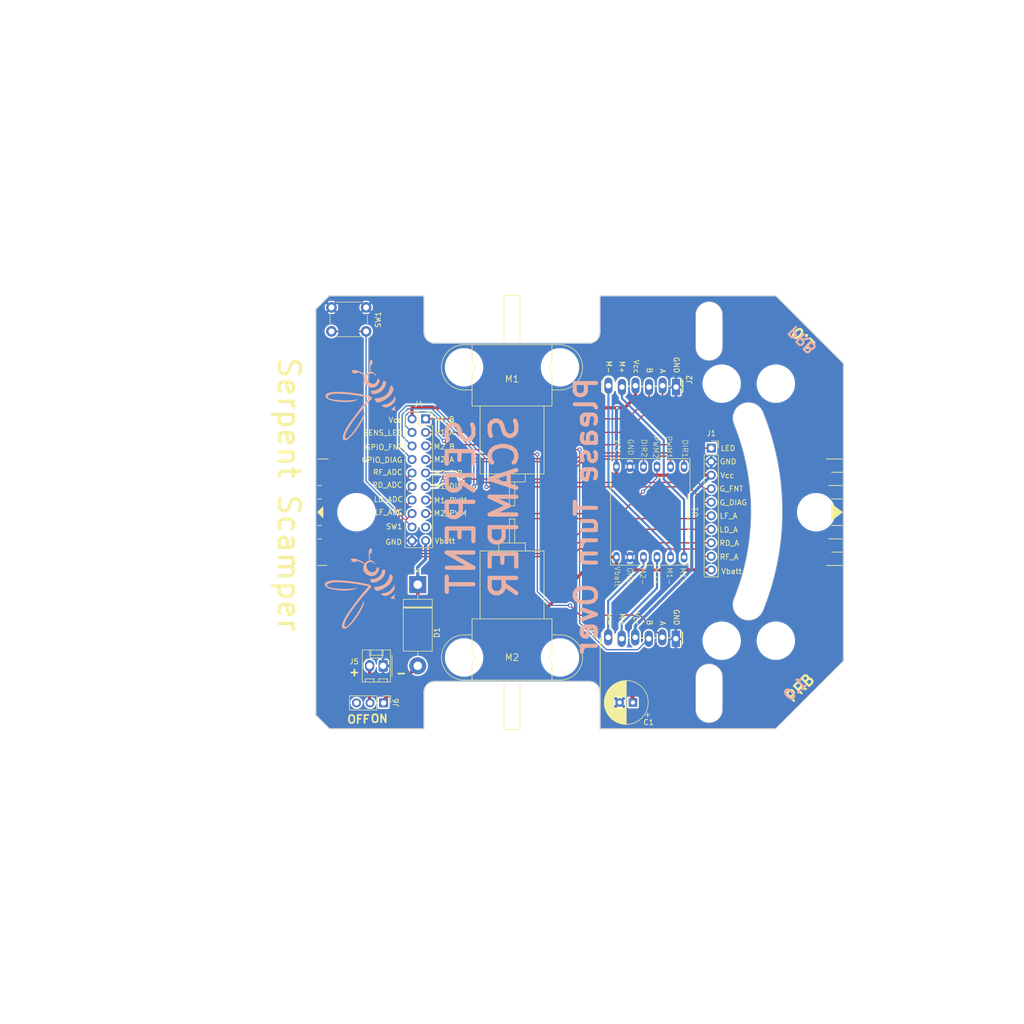
<source format=kicad_pcb>
(kicad_pcb (version 20240108) (generator "pcbnew") (generator_version "8.0")
  (layers (0 "F.Cu" signal) (31 "B.Cu" signal) (34 "B.Paste" user) (35 "F.Paste" user) (36 "B.SilkS" user "B.Silkscreen") (37 "F.SilkS" user "F.Silkscreen") (38 "B.Mask" user) (39 "F.Mask" user) (44 "Edge.Cuts" user))
  (property "designer" "PRB")
  (property "version" "1.0")
  (net 0 "")
  (net 1 "GND")
  (net 2 "Vbatt")
  (net 3 "RIGHT_DIAG_ADC")
  (net 4 "Vcc")
  (net 5 "RIGHT_FRONT_ADC")
  (net 6 "LEFT_FRONT_ADC")
  (net 7 "LEFT_DIAG_ADC")
  (net 8 "SENSOR_LED")
  (net 9 "GPIO_FRONT")
  (net 10 "GPIO_DIAG")
  (net 11 "RIGHT_ENC_A")
  (net 12 "RIGHT_MOTOR_1")
  (net 13 "RIGHT_MOTOR_2")
  (net 14 "RIGHT_ENC_B")
  (net 15 "LEFT_ENC_B")
  (net 16 "LEFT_ENC_A")
  (net 17 "LEFT_MOTOR_1")
  (net 18 "LEFT_MOTOR_2")
  (net 19 "RIGHT_MOTOR_Dir")
  (net 21 "GPIO12_D18")
  (net 22 "LEFT_MOTOR_Dir")
  (net 23 "RIGHT_MOTOR_PWM")
  (net 24 "LEFT_MOTOR_PWM")
  (net 26 "/PWR")
  (net 27 "/PWR_IN")
  (footprint "Connector_PinHeader_2.54mm:PinHeader_1x03_P2.54mm_Vertical" (layer "F.Cu") (at 80.88 140.8 -90)
    (property "Reference" "J6")
    (property "Value" "Switch")
  )
  (footprint "ukmarsbot:MountingHole_3.2mm_M3_clearance" (layer "F.Cu") (at 154.53 80.87)
    (property "Reference" "H4" (hide yes))
    (property "Value" "MountingHole")
  )
  (footprint "ukmarsbot:MountingHole_3.2mm_M3_clearance" (layer "F.Cu") (at 75.8 105)
    (property "Reference" "H1" (hide yes))
    (property "Value" "MountingHole")
  )
  (footprint "ukmarsbot:MountingHole_3.2mm_M3_clearance" (layer "F.Cu") (at 154.53 129.13)
    (property "Reference" "H6" (hide yes))
    (property "Value" "MountingHole")
  )
  (footprint "PBFootPrintLibrary:DFRobot_DC_Controller" (layer "F.Cu") (at 130.95 104.95 -90)
    (property "Reference" "U1")
    (property "Value" "DFRobot_DC_Controller")
  )
  (footprint "ukmarsbot:MountingHole_3.2mm_M3_clearance" (layer "F.Cu") (at 162.1 105)
    (property "Reference" "H2" (hide yes))
    (property "Value" "MountingHole")
  )
  (footprint "ukmarsbot:MINI-METAL-GEARMOTOR-WITH-BRACKET" (layer "F.Cu") (at 105 132.275)
    (property "Reference" "M2")
    (property "Value" "Right MOTOR")
  )
  (footprint "ukmarsbot:MINI-METAL-GEARMOTOR-WITH-BRACKET_Alt" (layer "F.Cu") (at 105 77.8 180)
    (property "Reference" "M1")
    (property "Value" "Left MOTOR")
  )
  (footprint "ukmarsbot:MountingHole_3.2mm_M3_clearance" (layer "F.Cu") (at 144.37 129.13)
    (property "Reference" "H5" (hide yes))
    (property "Value" "MountingHole")
  )
  (footprint "Capacitor_THT:CP_Radial_D8.0mm_P2.50mm" (layer "F.Cu") (at 127.7 140.725 180)
    (property "Reference" "C1")
    (property "Value" "330uF, 16V")
  )
  (footprint "ukmarsbot:1X06_LOCK_LONGPADS" (layer "F.Cu") (at 135.8 81.5 -90)
    (property "Reference" "J2")
    (property "Value" "CONN_06SILK_FEMALE_PTH" (hide yes))
  )
  (footprint "ukmarsbot:MountingHole_3.2mm_M3_clearance" (layer "F.Cu") (at 144.37 80.87)
    (property "Reference" "H3" (hide yes))
    (property "Value" "MountingHole")
  )
  (footprint "Diode_THT:D_DO-201AD_P15.24mm_Horizontal" (layer "F.Cu") (at 87.3 118.6 -90)
    (property "Reference" "D1")
    (property "Value" "1N5401")
  )
  (footprint "Connector_PinSocket_2.54mm:PinSocket_1x10_P2.54mm_Vertical" (layer "F.Cu") (at 142.4 92.97)
    (property "Reference" "J1")
    (property "Value" "Conn_01x10")
  )
  (footprint "Button_Switch_THT:SW_PUSH_6mm" (layer "F.Cu") (at 71.1 66.55)
    (property "Reference" "SW1")
    (property "Value" "TACT_SW")
  )
  (footprint "ukmarsbot:1X06_LOCK_LONGPADS" (layer "F.Cu") (at 135.75 128.75 -90)
    (property "Reference" "J3")
    (property "Value" "CONN_06SILK_FEMALE_PTH" (hide yes))
  )
  (footprint "Connector_Molex:Molex_KK-254_AE-6410-02A_1x02_P2.54mm_Vertical" (layer "F.Cu") (at 80.8 133.85 180)
    (property "Reference" "J5")
    (property "Value" "POWER")
  )
  (footprint "Connector_PinSocket_2.54mm:PinSocket_2x10_P2.54mm_Vertical" (layer "F.Cu") (at 88.77 87.48)
    (property "Reference" "J4")
    (property "Value" "Conn_02x10_Odd_Even")
  )
  (gr_poly (pts (xy 78.504994 82.273737) (xy 78.50643 82.288132) (xy 78.511518 82.320645) (xy 78.519299 82.358464) (xy 78.541696 82.451648) (xy 78.547832 82.475557) (xy 78.554336 82.499416) (xy 78.561233 82.52319) (xy 78.568549 82.546845) (xy 78.576309 82.570348) (xy 78.58454 82.593666) (xy 78.593265 82.616764) (xy 78.602512 82.639608) (xy 78.612799 82.662359) (xy 78.618273 82.673164) (xy 78.623972 82.683592) (xy 78.6299 82.693644) (xy 78.636059 82.70332) (xy 78.642454 82.712622) (xy 78.649088 82.721551) (xy 78.655964 82.73011) (xy 78.663085 82.738298) (xy 78.670455 82.746117) (xy 78.678078 82.75357) (xy 78.685957 82.760656) (xy 78.694096 82.767377) (xy 78.702497 82.773735) (xy 78.711164 82.77973) (xy 78.720101 82.785365) (xy 78.729312 82.79064) (xy 78.738798 82.795557) (xy 78.748565 82.800117) (xy 78.758615 82.804321) (xy 78.768952 82.808171) (xy 78.77958 82.811667) (xy 78.790501 82.814812) (xy 78.801719 82.817607) (xy 78.813238 82.820052) (xy 78.825061 82.82215) (xy 78.837191 82.823901) (xy 78.849633 82.825307) (xy 78.862388 82.826369) (xy 78.888857 82.827466) (xy 78.99831 82.826588) (xy 79.107019 82.820659) (xy 79.214845 82.809792) (xy 79.32165 82.794096) (xy 79.427297 82.773681) (xy 79.531647 82.748657) (xy 79.634562 82.719136) (xy 79.735905 82.685227) (xy 79.835536 82.64704) (xy 79.933319 82.604685) (xy 80.029116 82.558274) (xy 80.122788 82.507916) (xy 80.303205 82.3958) (xy 80.473468 82.269221) (xy 80.632473 82.12906) (xy 80.779115 81.9762) (xy 80.847455 81.895284) (xy 80.91229 81.811523) (xy 80.973483 81.725029) (xy 81.030896 81.635911) (xy 81.084389 81.54428) (xy 81.133826 81.450245) (xy 81.179069 81.353919) (xy 81.219979 81.25541) (xy 81.256419 81.154829) (xy 81.288249 81.052286) (xy 81.315334 80.947891) (xy 81.337534 80.841755) (xy 81.340086 80.827167) (xy 81.342378 80.812511) (xy 81.344407 80.797798) (xy 81.346171 80.783044) (xy 81.347666 80.76826) (xy 81.348891 80.75346) (xy 81.349842 80.738657) (xy 81.350517 80.723865) (xy 81.350917 80.698792) (xy 81.350275 80.674543) (xy 81.348607 80.651127) (xy 81.345928 80.628557) (xy 81.342251 80.606841) (xy 81.337591 80.58599) (xy 81.331962 80.566016) (xy 81.32538 80.546927) (xy 81.317858 80.528734) (xy 81.309412 80.511448) (xy 81.300056 80.495079) (xy 81.289803 80.479638) (xy 81.27867 80.465134) (xy 81.266669 80.451579) (xy 81.253816 80.438982) (xy 81.240126 80.427353) (xy 81.225612 80.416704) (xy 81.21029 80.407045) (xy 81.194173 80.398385) (xy 81.177277 80.390736) (xy 81.159616 80.384107) (xy 81.141204 80.37851) (xy 81.122055 80.373953) (xy 81.102185 80.370449) (xy 81.081608 80.368006) (xy 81.060339 80.366636) (xy 81.038391 80.366349) (xy 81.01578 80.367155) (xy 80.992519 80.369064) (xy 80.968624 80.372087) (xy 80.944109 80.376235) (xy 80.918988 80.381517) (xy 80.902982 80.385535) (xy 80.887698 80.3901) (xy 80.873162 80.395275) (xy 80.859399 80.401123) (xy 80.846437 80.407708) (xy 80.834301 80.415093) (xy 80.82855 80.419105) (xy 80.823016 80.423341) (xy 80.817702 80.427809) (xy 80.81261 80.432516) (xy 80.807744 80.437471) (xy 80.803107 80.442681) (xy 80.798703 80.448155) (xy 80.794535 80.4539) (xy 80.790605 80.459924) (xy 80.786918 80.466235) (xy 80.783476 80.472842) (xy 80.780283 80.479751) (xy 80.777342 80.486971) (xy 80.774656 80.49451) (xy 80.772229 80.502376) (xy 80.770063 80.510577) (xy 80.768162 80.51912) (xy 80.76653 80.528014) (xy 80.765169 80.537266) (xy 80.764082 80.546884) (xy 80.744539 80.641487) (xy 80.721912 80.73403) (xy 80.6961 80.824455) (xy 80.667001 80.912707) (xy 80.634514 80.998726) (xy 80.598539 81.082457) (xy 80.558972 81.163843) (xy 80.515713 81.242824) (xy 80.468661 81.319346) (xy 80.417715 81.39335) (xy 80.362771 81.464779) (xy 80.303731 81.533577) (xy 80.240491 81.599685) (xy 80.172951 81.663047) (xy 80.101009 81.723605) (xy 80.024564 81.781303) (xy 79.953887 81.829542) (xy 79.882007 81.874195) (xy 79.808958 81.915336) (xy 79.734773 81.953038) (xy 79.659489 81.987372) (xy 79.58314 82.018412) (xy 79.50576 82.04623) (xy 79.427384 82.070899) (xy 79.348047 82.092491) (xy 79.267784 82.111079) (xy 79.186628 82.126736) (xy 79.104616 82.139534) (xy 79.021781 82.149546) (xy 78.938159 82.156845) (xy 78.853783 82.161503) (xy 78.768689 82.163593) (xy 78.672121 82.165225) (xy 78.633165 82.167078) (xy 78.600014 82.170164) (xy 78.585518 82.172297) (xy 78.572357 82.174891) (xy 78.560491 82.177997) (xy 78.549881 82.181667) (xy 78.54049 82.18595) (xy 78.532277 82.190897) (xy 78.525204 82.196561) (xy 78.519232 82.20299) (xy 78.514323 82.210238) (xy 78.510437 82.218353) (xy 78.507535 82.227388) (xy 78.505578 82.237393) (xy 78.504529 82.248419) (xy 78.504347 82.260517)) (stroke (width -0.000001)) (fill solid) (layer "B.SilkS"))
  (gr_poly (pts (xy 69.970683 83.203011) (xy 69.973787 83.234653) (xy 69.978928 83.266232) (xy 69.986109 83.297668) (xy 69.995331 83.328878) (xy 70.006595 83.359782) (xy 70.019904 83.390298) (xy 70.035259 83.420346) (xy 70.052663 83.449845) (xy 70.072116 83.478713) (xy 70.093621 83.506869) (xy 70.11718 83.534232) (xy 70.142793 83.560722) (xy 70.170464 83.586257) (xy 70.200194 83.610755) (xy 70.266122 83.659737) (xy 70.333485 83.705291) (xy 70.402196 83.74761) (xy 70.472167 83.786885) (xy 70.54331 83.823309) (xy 70.615535 83.857073) (xy 70.688757 83.888369) (xy 70.762885 83.917388) (xy 70.837833 83.944323) (xy 70.913511 83.969365) (xy 70.989833 83.992706) (xy 71.066709 84.014538) (xy 71.221774 84.054441) (xy 71.378 84.090608) (xy 71.611002 84.138697) (xy 71.844852 84.179926) (xy 72.079515 84.214856) (xy 72.314956 84.244045) (xy 72.551138 84.268056) (xy 72.788028 84.287447) (xy 73.025589 84.302779) (xy 73.263786 84.314613) (xy 73.487438 84.321348) (xy 73.710594 84.322453) (xy 73.933486 84.318214) (xy 74.156345 84.308915) (xy 74.379402 84.294842) (xy 74.602887 84.276281) (xy 74.827032 84.253518) (xy 75.052068 84.226837) (xy 75.433736 84.114071) (xy 75.527218 84.085356) (xy 75.619931 84.055694) (xy 75.711878 84.024715) (xy 75.803062 83.992051) (xy 75.810637 83.989063) (xy 75.818097 83.985763) (xy 75.825447 83.982166) (xy 75.832692 83.978287) (xy 75.846892 83.969744) (xy 75.86074 83.960251) (xy 75.874281 83.949928) (xy 75.887558 83.938894) (xy 75.900616 83.927268) (xy 75.913499 83.915168) (xy 75.938914 83.890024) (xy 75.964156 83.864412) (xy 75.989578 83.839286) (xy 76.002467 83.827202) (xy 76.015532 83.815596) (xy 75.988778 83.773255) (xy 75.961306 83.784159) (xy 75.933955 83.795704) (xy 75.879294 83.819016) (xy 75.851825 83.829933) (xy 75.83802 83.83502) (xy 75.824156 83.839789) (xy 75.810222 83.844187) (xy 75.796208 83.84816) (xy 75.782104 83.851655) (xy 75.7679 83.85462) (xy 75.605657 83.885594) (xy 75.443029 83.915253) (xy 75.361544 83.928514) (xy 75.279931 83.940155) (xy 75.19818 83.949745) (xy 75.116281 83.956855) (xy 74.793371 83.979539) (xy 74.470084 83.999322) (xy 74.308415 84.006624) (xy 74.146791 84.011399) (xy 73.985257 84.013045) (xy 73.823861 84.010961) (xy 73.160669 83.992109) (xy 72.829287 83.978103) (xy 72.498371 83.958178) (xy 72.168164 83.930184) (xy 71.83891 83.89197) (xy 71.510849 83.841387) (xy 71.347343 83.810785) (xy 71.184226 83.776284) (xy 71.113762 83.759708) (xy 71.043465 83.741587) (xy 70.973462 83.721888) (xy 70.903881 83.700582) (xy 70.834849 83.677636) (xy 70.766495 83.65302) (xy 70.698944 83.626702) (xy 70.632325 83.598651) (xy 70.600439 83.583771) (xy 70.571231 83.568263) (xy 70.544637 83.552177) (xy 70.520591 83.535562) (xy 70.499027 83.51847) (xy 70.479879 83.500949) (xy 70.463082 83.483052) (xy 70.44857 83.464827) (xy 70.436277 83.446325) (xy 70.426138 83.427596) (xy 70.418087 83.408691) (xy 70.412059 83.38966) (xy 70.407988 83.370553) (xy 70.405807 83.35142) (xy 70.405452 83.332312) (xy 70.406857 83.313278) (xy 70.409957 83.29437) (xy 70.414684 83.275637) (xy 70.420975 83.257129) (xy 70.428763 83.238897) (xy 70.437982 83.220992) (xy 70.448567 83.203462) (xy 70.460453 83.186359) (xy 70.473573 83.169733) (xy 70.487862 83.153634) (xy 70.503255 83.138112) (xy 70.519685 83.123218) (xy 70.537087 83.109001) (xy 70.555395 83.095513) (xy 70.574544 83.082802) (xy 70.594468 83.070921) (xy 70.615102 83.059918) (xy 70.69298 83.022378) (xy 70.772617 82.987264) (xy 70.853753 82.954768) (xy 70.936126 82.925083) (xy 71.019476 82.898401) (xy 71.103541 82.874914) (xy 71.145761 82.864429) (xy 71.188062 82.854814) (xy 71.230411 82.846095) (xy 71.272776 82.838295) (xy 71.389883 82.819592) (xy 71.507148 82.803869) (xy 71.624559 82.790944) (xy 71.7421 82.780633) (xy 71.977513 82.767126) (xy 72.213273 82.761884) (xy 72.449261 82.763444) (xy 72.685362 82.770342) (xy 73.157433 82.7943) (xy 73.486738 82.815532) (xy 73.815849 82.840765) (xy 74.144553 82.870541) (xy 74.472639 82.905404) (xy 74.885819 82.954243) (xy 75.298612 83.006871) (xy 75.710655 83.064653) (xy 76.121591 83.128955) (xy 76.599736 83.212556) (xy 77.076849 83.302368) (xy 78.030174 83.487336) (xy 78.038651 83.489051) (xy 78.04712 83.490951) (xy 78.06415 83.495264) (xy 78.081498 83.500194) (xy 78.099398 83.505658) (xy 78.137787 83.517859) (xy 78.158744 83.524432) (xy 78.181188 83.53121) (xy 78.045005 83.688686) (xy 77.981743 83.762181) (xy 77.920336 83.834577) (xy 77.140164 84.749238) (xy 76.946315 84.978822) (xy 76.754639 85.210073) (xy 76.565985 85.44364) (xy 76.3812 85.680171) (xy 75.871335 86.35458) (xy 75.369674 87.035332) (xy 74.875535 87.72161) (xy 74.388235 88.412599) (xy 74.237555 88.633648) (xy 74.092264 88.858205) (xy 73.952861 89.086414) (xy 73.819844 89.318415) (xy 73.693711 89.554349) (xy 73.574959 89.794358) (xy 73.464087 90.038584) (xy 73.411761 90.162323) (xy 73.361592 90.287168) (xy 73.325898 90.38186) (xy 73.293229 90.477158) (xy 73.278264 90.525087) (xy 73.264338 90.573231) (xy 73.251543 90.621613) (xy 73.239975 90.670253) (xy 73.229726 90.719173) (xy 73.220892 90.768394) (xy 73.213566 90.817938) (xy 73.207842 90.867826) (xy 73.203813 90.918079) (xy 73.201575 90.968719) (xy 73.20122 91.019768) (xy 73.202844 91.071246) (xy 73.204917 91.099177) (xy 73.208225 91.126368) (xy 73.212741 91.152795) (xy 73.218437 91.178437) (xy 73.225285 91.20327) (xy 73.233259 91.227271) (xy 73.24233 91.250419) (xy 73.252472 91.272691) (xy 73.263657 91.294063) (xy 73.275857 91.314513) (xy 73.289046 91.334019) (xy 73.303195 91.352558) (xy 73.318278 91.370107) (xy 73.334267 91.386643) (xy 73.351135 91.402144) (xy 73.368854 91.416588) (xy 73.387396 91.42995) (xy 73.406736 91.44221) (xy 73.426844 91.453344) (xy 73.447694 91.46333) (xy 73.469258 91.472144) (xy 73.491509 91.479765) (xy 73.514419 91.486169) (xy 73.537962 91.491334) (xy 73.562109 91.495237) (xy 73.586834 91.497856) (xy 73.612108 91.499167) (xy 73.637905 91.499149) (xy 73.664197 91.497779) (xy 73.690957 91.495034) (xy 73.718157 91.49089) (xy 73.74577 91.485327) (xy 73.809566 91.469139) (xy 73.871596 91.449922) (xy 73.931947 91.427849) (xy 73.990704 91.403091) (xy 74.047956 91.375821) (xy 74.103788 91.346211) (xy 74.158288 91.314434) (xy 74.211542 91.280662) (xy 74.263637 91.245067) (xy 74.31466 91.207822) (xy 74.364698 91.169098) (xy 74.413838 91.129069) (xy 74.50977 91.045783) (xy 74.60315 90.959342) (xy 74.766092 90.800883) (xy 74.92451 90.639004) (xy 75.078559 90.473824) (xy 75.228393 90.305462) (xy 75.374169 90.134039) (xy 75.516041 89.959672) (xy 75.654165 89.782482) (xy 75.788695 89.602588) (xy 75.919788 89.420109) (xy 76.047598 89.235165) (xy 76.172281 89.047874) (xy 76.293992 88.858356) (xy 76.529118 88.473117) (xy 76.754218 88.080403) (xy 76.837893 87.927958) (xy 76.919101 87.774435) (xy 76.996978 87.619488) (xy 77.070658 87.462772) (xy 77.139276 87.303939) (xy 77.171417 87.223621) (xy 77.201968 87.142644) (xy 77.230821 87.060966) (xy 77.257867 86.978542) (xy 77.283 86.89533) (xy 77.30611 86.811286) (xy 77.312834 86.783708) (xy 77.318712 86.755895) (xy 77.323816 86.727868) (xy 77.328216 86.699652) (xy 77.335189 86.642743) (xy 77.340199 86.585348) (xy 77.343814 86.527651) (xy 77.3466 86.469833) (xy 77.351958 86.35457) (xy 77.352059 86.346488) (xy 77.351513 86.33837) (xy 77.350385 86.33022) (xy 77.348739 86.32204) (xy 77.346641 86.313833) (xy 77.344154 86.305603) (xy 77.341344 86.297353) (xy 77.338276 86.289086) (xy 77.331623 86.272514) (xy 77.324714 86.255913) (xy 77.318067 86.239309) (xy 77.315004 86.231014) (xy 77.312201 86.222727) (xy 77.231857 86.443956) (xy 77.145109 86.661349) (xy 77.052402 86.87517) (xy 76.954181 87.085684) (xy 76.85089 87.293153) (xy 76.742976 87.497843) (xy 76.515052 87.899939) (xy 76.27397 88.294084) (xy 76.023288 88.682389) (xy 75.507357 89.449928) (xy 75.380099 89.635191) (xy 75.249999 89.818358) (xy 75.116453 89.998867) (xy 74.978856 90.176155) (xy 74.836604 90.34966) (xy 74.689094 90.51882) (xy 74.613177 90.601595) (xy 74.535719 90.683073) (xy 74.456644 90.763183) (xy 74.375877 90.841856) (xy 74.354408 90.861873) (xy 74.332447 90.88144) (xy 74.310026 90.900573) (xy 74.287179 90.919292) (xy 74.263939 90.937613) (xy 74.240339 90.955555) (xy 74.192192 90.990369) (xy 74.143003 91.023877) (xy 74.093038 91.056221) (xy 74.042561 91.087542) (xy 73.991837 91.117982) (xy 73.980922 91.124174) (xy 73.970162 91.129735) (xy 73.959559 91.134671) (xy 73.949112 91.138987) (xy 73.938822 91.142686) (xy 73.928688 91.145774) (xy 73.918711 91.148254) (xy 73.908891 91.150132) (xy 73.899227 91.151412) (xy 73.889719 91.152098) (xy 73.880369 91.152196) (xy 73.871175 91.151709) (xy 73.862138 91.150643) (xy 73.853258 91.149001) (xy 73.844535 91.146789) (xy 73.835968 91.14401) (xy 73.827559 91.14067) (xy 73.819306 91.136774) (xy 73.811211 91.132324) (xy 73.803273 91.127327) (xy 73.795492 91.121787) (xy 73.787868 91.115708) (xy 73.780401 91.109094) (xy 73.773091 91.101952) (xy 73.765939 91.094284) (xy 73.758944 91.086095) (xy 73.752107 91.077391) (xy 73.745427 91.068175) (xy 73.732539 91.048228) (xy 73.720281 91.02629) (xy 73.706675 90.997851) (xy 73.695315 90.969249) (xy 73.686071 90.940502) (xy 73.678814 90.911628) (xy 73.673412 90.882643) (xy 73.669737 90.853564) (xy 73.667658 90.824408) (xy 73.667044 90.795192) (xy 73.667766 90.765934) (xy 73.669694 90.73665) (xy 73.672698 90.707357) (xy 73.676647 90.678072) (xy 73.681412 90.648813) (xy 73.686862 90.619596) (xy 73.699298 90.561357) (xy 73.717565 90.486747) (xy 73.738128 90.413087) (xy 73.760841 90.340321) (xy 73.785559 90.268396) (xy 73.812138 90.197256) (xy 73.840431 90.126847) (xy 73.870294 90.057115) (xy 73.901581 89.988005) (xy 73.967848 89.851435) (xy 74.03807 89.716702) (xy 74.111084 89.58337) (xy 74.185729 89.451004) (xy 74.44323 89.014684) (xy 74.713343 88.587186) (xy 74.994785 88.167654) (xy 75.28627 87.755232) (xy 75.586513 87.349062) (xy 75.894231 86.948288) (xy 76.208138 86.552054) (xy 76.52695 86.159503) (xy 76.732292 85.911829) (xy 76.939879 85.665991) (xy 77.360101 85.17846) (xy 78.208934 84.210446) (xy 78.263855 84.149227) (xy 78.320165 84.089204) (xy 78.377626 84.030181) (xy 78.435996 83.971966) (xy 78.554505 83.857184) (xy 78.67377 83.74331) (xy 78.686184 83.730824) (xy 78.691798 83.72469) (xy 78.697019 83.718616) (xy 78.701851 83.712594) (xy 78.706297 83.706616) (xy 78.710358 83.700674) (xy 78.714038 83.694757) (xy 78.71734 83.688858) (xy 78.720267 83.682968) (xy 78.72282 83.677079) (xy 78.725003 83.671181) (xy 78.726819 83.665267) (xy 78.72827 83.659327) (xy 78.729359 83.653354) (xy 78.730089 83.647337) (xy 78.730462 83.641269) (xy 78.730481 83.635141) (xy 78.73015 83.628945) (xy 78.72947 83.622672) (xy 78.728444 83.616312) (xy 78.727076 83.609858) (xy 78.725368 83.603302) (xy 78.723322 83.596633) (xy 78.720942 83.589844) (xy 78.71823 83.582926) (xy 78.71182 83.568669) (xy 78.704117 83.553792) (xy 78.69514 83.538227) (xy 78.669253 83.497724) (xy 78.641989 83.459746) (xy 78.613351 83.424206) (xy 78.583339 83.391012) (xy 78.551955 83.360076) (xy 78.519201 83.331309) (xy 78.485079 83.304621) (xy 78.449589 83.279922) (xy 78.412734 83.257123) (xy 78.374515 83.236135) (xy 78.334934 83.216868) (xy 78.293992 83.199233) (xy 78.251691 83.18314) (xy 78.208032 83.168501) (xy 78.163017 83.155224) (xy 78.116648 83.143222) (xy 77.747854 83.057362) (xy 77.377986 82.977867) (xy 77.007106 82.904295) (xy 76.635276 82.836205) (xy 76.26256 82.773156) (xy 75.88902 82.714707) (xy 75.139721 82.609845) (xy 74.503945 82.533064) (xy 74.185702 82.499631) (xy 73.867136 82.469949) (xy 73.548186 82.444355) (xy 73.228788 82.423184) (xy 72.908878 82.406771) (xy 72.588394 82.395452) (xy 72.363227 82.390825) (xy 72.138549 82.389772) (xy 71.914393 82.393275) (xy 71.690794 82.402316) (xy 71.467786 82.417877) (xy 71.245402 82.440943) (xy 71.023677 82.472494) (xy 70.913072 82.49176) (xy 70.802645 82.513515) (xy 70.767639 82.521221) (xy 70.732682 82.529697) (xy 70.663005 82.548854) (xy 70.593797 82.570788) (xy 70.52524 82.595298) (xy 70.457516 82.622185) (xy 70.390806 82.651249) (xy 70.325293 82.68229) (xy 70.261159 82.715109) (xy 70.227896 82.73402) (xy 70.196639 82.754328) (xy 70.167388 82.775951) (xy 70.140147 82.798808) (xy 70.114915 82.822819) (xy 70.091696 82.847902) (xy 70.070492 82.873976) (xy 70.051303 82.90096) (xy 70.034132 82.928772) (xy 70.01898 82.957333) (xy 70.00585 82.986561) (xy 69.994742 83.016374) (xy 69.98566 83.046691) (xy 69.978604 83.077433) (xy 69.973576 83.108516) (xy 69.970579 83.139861) (xy 69.969614 83.171386)) (stroke (width -0.000001)) (fill solid) (layer "B.SilkS"))
  (gr_poly (pts (xy 79.087449 119.135818) (xy 79.088332 119.143821) (xy 79.089724 119.152264) (xy 79.091624 119.161162) (xy 79.094032 119.170529) (xy 79.096949 119.180379) (xy 79.104309 119.201589) (xy 79.125681 119.256241) (xy 79.148553 119.310547) (xy 79.172937 119.364351) (xy 79.198843 119.417498) (xy 79.226284 119.469832) (xy 79.255272 119.521198) (xy 79.285818 119.571441) (xy 79.317935 119.620405) (xy 79.327006 119.633151) (xy 79.336401 119.645267) (xy 79.346114 119.656763) (xy 79.356134 119.667649) (xy 79.366456 119.677937) (xy 79.37707 119.687638) (xy 79.38797 119.696761) (xy 79.399147 119.705317) (xy 79.410593 119.713318) (xy 79.4223 119.720774) (xy 79.434261 119.727696) (xy 79.446468 119.734093) (xy 79.458913 119.739978) (xy 79.471587 119.745361) (xy 79.484483 119.750251) (xy 79.497594 119.754662) (xy 79.510911 119.758601) (xy 79.524427 119.762082) (xy 79.552021 119.767707) (xy 79.580315 119.771622) (xy 79.609245 119.773913) (xy 79.638748 119.774666) (xy 79.668761 119.773966) (xy 79.699221 119.771899) (xy 79.730066 119.768549) (xy 79.821553 119.755223) (xy 79.911871 119.738839) (xy 80.001059 119.719508) (xy 80.089152 119.69734) (xy 80.176189 119.672443) (xy 80.262206 119.644927) (xy 80.347242 119.614902) (xy 80.431334 119.582477) (xy 80.514518 119.547761) (xy 80.596833 119.510864) (xy 80.678316 119.471896) (xy 80.759004 119.430966) (xy 80.838934 119.388183) (xy 80.918144 119.343657) (xy 81.074554 119.249813) (xy 81.154892 119.19823) (xy 81.234186 119.144767) (xy 81.31277 119.089754) (xy 81.39098 119.033524) (xy 81.706802 118.803059) (xy 81.804545 118.711427) (xy 81.900793 118.619248) (xy 81.99433 118.525553) (xy 82.0397 118.477836) (xy 82.083936 118.429377) (xy 82.126884 118.380056) (xy 82.168393 118.329752) (xy 82.20831 118.278343) (xy 82.246484 118.22571) (xy 82.282761 118.171731) (xy 82.316989 118.116285) (xy 82.349017 118.059252) (xy 82.378692 118.00051) (xy 82.416675 117.917389) (xy 82.45213 117.832828) (xy 82.485137 117.747032) (xy 82.515775 117.660208) (xy 82.544124 117.572559) (xy 82.570264 117.484291) (xy 82.594274 117.395609) (xy 82.616234 117.306717) (xy 82.619588 117.290823) (xy 82.622157 117.275015) (xy 82.623963 117.259294) (xy 82.625033 117.243662) (xy 82.62539 117.228119) (xy 82.62506 117.212667) (xy 82.622436 117.182036) (xy 82.61736 117.151779) (xy 82.610028 117.121904) (xy 82.600641 117.092418) (xy 82.589395 117.063329) (xy 82.576489 117.034646) (xy 82.56212 117.006377) (xy 82.546488 116.97853) (xy 82.52979 116.951112) (xy 82.512224 116.924133) (xy 82.493988 116.897599) (xy 82.4563 116.845902) (xy 82.445812 116.832293) (xy 82.43498 116.818921) (xy 82.423829 116.805772) (xy 82.412385 116.792833) (xy 82.400674 116.780089) (xy 82.388721 116.767527) (xy 82.364193 116.742893) (xy 82.339007 116.718818) (xy 82.313367 116.695192) (xy 82.261549 116.648843) (xy 82.252176 116.640703) (xy 82.243132 116.63323) (xy 82.234407 116.626422) (xy 82.22599 116.620277) (xy 82.21787 116.614796) (xy 82.210038 116.609978) (xy 82.202483 116.605821) (xy 82.195194 116.602324) (xy 82.188161 116.599487) (xy 82.181373 116.597309) (xy 82.174821 116.595789) (xy 82.168493 116.594925) (xy 82.16238 116.594718) (xy 82.15647 116.595166) (xy 82.150754 116.596269) (xy 82.145221 116.598025) (xy 82.139861 116.600433) (xy 82.134663 116.603493) (xy 82.129616 116.607204) (xy 82.124711 116.611565) (xy 82.119937 116.616574) (xy 82.115283 116.622232) (xy 82.110739 116.628537) (xy 82.106295 116.635488) (xy 82.10194 116.643085) (xy 82.097664 116.651326) (xy 82.093456 116.660211) (xy 82.089306 116.669738) (xy 82.081138 116.690718) (xy 82.073077 116.714258) (xy 81.929632 117.173966) (xy 81.891334 117.287884) (xy 81.850228 117.400456) (xy 81.8054 117.51121) (xy 81.781303 117.565758) (xy 81.755932 117.619675) (xy 81.6946 117.737776) (xy 81.628195 117.850357) (xy 81.556828 117.957458) (xy 81.480613 118.059118) (xy 81.399662 118.155377) (xy 81.314089 118.246275) (xy 81.224006 118.331852) (xy 81.129527 118.412147) (xy 81.030763 118.487202) (xy 80.927828 118.557054) (xy 80.820835 118.621744) (xy 80.709896 118.681312) (xy 80.595124 118.735798) (xy 80.476633 118.785241) (xy 80.354534 118.829682) (xy 80.228941 118.86916) (xy 80.168359 118.885919) (xy 80.107337 118.901198) (xy 79.984142 118.92786) (xy 79.859693 118.950232) (xy 79.734329 118.969398) (xy 79.230462 119.035732) (xy 79.207346 119.039361) (xy 79.186259 119.04334) (xy 79.167202 119.047788) (xy 79.150175 119.052821) (xy 79.142422 119.055593) (xy 79.135177 119.058556) (xy 79.12844 119.061724) (xy 79.122211 119.065112) (xy 79.116489 119.068734) (xy 79.111275 119.072605) (xy 79.106569 119.07674) (xy 79.102371 119.081153) (xy 79.09868 119.085859) (xy 79.095498 119.090873) (xy 79.092824 119.09621) (xy 79.090657 119.101883) (xy 79.088999 119.107908) (xy 79.087849 119.114299) (xy 79.087208 119.121071) (xy 79.087074 119.128239)) (stroke (width -0.000001)) (fill solid) (layer "B.SilkS"))
  (gr_poly (pts (xy 79.212422 83.744702) (xy 79.213305 83.752705) (xy 79.214697 83.761148) (xy 79.216597 83.770046) (xy 79.219005 83.779413) (xy 79.221922 83.789263) (xy 79.229282 83.810473) (xy 79.250654 83.865125) (xy 79.273526 83.919431) (xy 79.29791 83.973235) (xy 79.323816 84.026382) (xy 79.351257 84.078716) (xy 79.380245 84.130082) (xy 79.410791 84.180325) (xy 79.442908 84.229289) (xy 79.451979 84.242035) (xy 79.461374 84.254151) (xy 79.471087 84.265647) (xy 79.481107 84.276533) (xy 79.491429 84.286821) (xy 79.502043 84.296522) (xy 79.512943 84.305645) (xy 79.52412 84.314201) (xy 79.535566 84.322202) (xy 79.547273 84.329658) (xy 79.559234 84.33658) (xy 79.571441 84.342977) (xy 79.583886 84.348862) (xy 79.59656 84.354245) (xy 79.609456 84.359135) (xy 79.622567 84.363546) (xy 79.635884 84.367485) (xy 79.6494 84.370966) (xy 79.676994 84.376591) (xy 79.705288 84.380506) (xy 79.734218 84.382797) (xy 79.763721 84.38355) (xy 79.793734 84.38285) (xy 79.824194 84.380783) (xy 79.855039 84.377433) (xy 79.946526 84.364107) (xy 80.036844 84.347723) (xy 80.126032 84.328392) (xy 80.214125 84.306224) (xy 80.301162 84.281327) (xy 80.387179 84.253811) (xy 80.472215 84.223786) (xy 80.556307 84.191361) (xy 80.639491 84.156645) (xy 80.721806 84.119748) (xy 80.803289 84.08078) (xy 80.883977 84.03985) (xy 80.963907 83.997067) (xy 81.043117 83.952541) (xy 81.199527 83.858697) (xy 81.279865 83.807114) (xy 81.359159 83.753651) (xy 81.437743 83.698638) (xy 81.515953 83.642408) (xy 81.831775 83.411943) (xy 81.929518 83.320311) (xy 82.025766 83.228132) (xy 82.119303 83.134437) (xy 82.164673 83.08672) (xy 82.208909 83.038261) (xy 82.251857 82.98894) (xy 82.293366 82.938636) (xy 82.333283 82.887227) (xy 82.371457 82.834594) (xy 82.407734 82.780615) (xy 82.441962 82.725169) (xy 82.47399 82.668136) (xy 82.503665 82.609394) (xy 82.541648 82.526273) (xy 82.577103 82.441712) (xy 82.61011 82.355916) (xy 82.640748 82.269092) (xy 82.669097 82.181443) (xy 82.695237 82.093175) (xy 82.719247 82.004493) (xy 82.741207 81.915601) (xy 82.744561 81.899707) (xy 82.74713 81.883899) (xy 82.748936 81.868178) (xy 82.750006 81.852546) (xy 82.750363 81.837003) (xy 82.750033 81.821551) (xy 82.747409 81.79092) (xy 82.742333 81.760663) (xy 82.735001 81.730788) (xy 82.725614 81.701302) (xy 82.714368 81.672213) (xy 82.701462 81.64353) (xy 82.687093 81.615261) (xy 82.671461 81.587414) (xy 82.654763 81.559996) (xy 82.637197 81.533017) (xy 82.618961 81.506483) (xy 82.581273 81.454786) (xy 82.570785 81.441177) (xy 82.559953 81.427805) (xy 82.548802 81.414656) (xy 82.537358 81.401717) (xy 82.525647 81.388973) (xy 82.513694 81.376411) (xy 82.489166 81.351777) (xy 82.46398 81.327702) (xy 82.43834 81.304076) (xy 82.386522 81.257727) (xy 82.377149 81.249587) (xy 82.368105 81.242114) (xy 82.35938 81.235306) (xy 82.350963 81.229161) (xy 82.342843 81.22368) (xy 82.335011 81.218862) (xy 82.327456 81.214705) (xy 82.320167 81.211208) (xy 82.313134 81.208371) (xy 82.306346 81.206193) (xy 82.299794 81.204673) (xy 82.293466 81.203809) (xy 82.287353 81.203602) (xy 82.281443 81.20405) (xy 82.275727 81.205153) (xy 82.270194 81.206909) (xy 82.264834 81.209317) (xy 82.259636 81.212377) (xy 82.254589 81.216088) (xy 82.249684 81.220449) (xy 82.24491 81.225458) (xy 82.240256 81.231116) (xy 82.235712 81.237421) (xy 82.231268 81.244372) (xy 82.226913 81.251969) (xy 82.222637 81.26021) (xy 82.218429 81.269095) (xy 82.214279 81.278622) (xy 82.206111 81.299602) (xy 82.19805 81.323142) (xy 82.054605 81.78285) (xy 82.016307 81.896768) (xy 81.975201 82.00934) (xy 81.930373 82.120094) (xy 81.906276 82.174642) (xy 81.880905 82.228559) (xy 81.819573 82.34666) (xy 81.753168 82.459241) (xy 81.681801 82.566342) (xy 81.605586 82.668002) (xy 81.524635 82.764261) (xy 81.439062 82.855159) (xy 81.348979 82.940736) (xy 81.2545 83.021031) (xy 81.155736 83.096086) (xy 81.052801 83.165938) (xy 80.945808 83.230628) (xy 80.834869 83.290196) (xy 80.720097 83.344682) (xy 80.601606 83.394125) (xy 80.479507 83.438566) (xy 80.353914 83.478044) (xy 80.293332 83.494803) (xy 80.23231 83.510082) (xy 80.109115 83.536744) (xy 79.984666 83.559116) (xy 79.859302 83.578282) (xy 79.355435 83.644616) (xy 79.332319 83.648245) (xy 79.311232 83.652224) (xy 79.292175 83.656672) (xy 79.275148 83.661705) (xy 79.267395 83.664477) (xy 79.26015 83.66744) (xy 79.253413 83.670608) (xy 79.247184 83.673996) (xy 79.241462 83.677618) (xy 79.236248 83.681489) (xy 79.231542 83.685624) (xy 79.227344 83.690037) (xy 79.223653 83.694743) (xy 79.220471 83.699757) (xy 79.217797 83.705094) (xy 79.21563 83.710767) (xy 79.213972 83.716792) (xy 79.212822 83.723183) (xy 79.212181 83.729955) (xy 79.212047 83.737123)) (stroke (width -0.000001)) (fill solid) (layer "B.SilkS"))
  (gr_poly (pts (xy 78.380021 117.664853) (xy 78.381457 117.679248) (xy 78.386545 117.711761) (xy 78.394326 117.74958) (xy 78.416723 117.842764) (xy 78.422859 117.866673) (xy 78.429363 117.890532) (xy 78.43626 117.914306) (xy 78.443576 117.937961) (xy 78.451336 117.961464) (xy 78.459567 117.984782) (xy 78.468292 118.00788) (xy 78.477539 118.030724) (xy 78.487826 118.053475) (xy 78.4933 118.06428) (xy 78.498999 118.074708) (xy 78.504927 118.08476) (xy 78.511086 118.094436) (xy 78.517481 118.103738) (xy 78.524115 118.112667) (xy 78.530991 118.121226) (xy 78.538112 118.129414) (xy 78.545482 118.137233) (xy 78.553105 118.144686) (xy 78.560984 118.151772) (xy 78.569123 118.158493) (xy 78.577524 118.164851) (xy 78.586191 118.170846) (xy 78.595128 118.176481) (xy 78.604339 118.181756) (xy 78.613825 118.186673) (xy 78.623592 118.191233) (xy 78.633642 118.195437) (xy 78.643979 118.199287) (xy 78.654607 118.202783) (xy 78.665528 118.205928) (xy 78.676746 118.208723) (xy 78.688265 118.211168) (xy 78.700088 118.213266) (xy 78.712218 118.215017) (xy 78.72466 118.216423) (xy 78.737415 118.217485) (xy 78.763884 118.218582) (xy 78.873337 118.217704) (xy 78.982046 118.211775) (xy 79.089872 118.200908) (xy 79.196677 118.185212) (xy 79.302324 118.164797) (xy 79.406674 118.139773) (xy 79.509589 118.110252) (xy 79.610932 118.076343) (xy 79.710563 118.038156) (xy 79.808346 117.995801) (xy 79.904143 117.94939) (xy 79.997815 117.899032) (xy 80.178232 117.786916) (xy 80.348495 117.660337) (xy 80.5075 117.520176) (xy 80.654142 117.367316) (xy 80.722482 117.2864) (xy 80.787317 117.202639) (xy 80.84851 117.116145) (xy 80.905923 117.027027) (xy 80.959416 116.935396) (xy 81.008853 116.841361) (xy 81.054096 116.745035) (xy 81.095006 116.646526) (xy 81.131446 116.545945) (xy 81.163276 116.443402) (xy 81.190361 116.339007) (xy 81.212561 116.232871) (xy 81.215113 116.218283) (xy 81.217405 116.203627) (xy 81.219434 116.188914) (xy 81.221198 116.17416) (xy 81.222693 116.159376) (xy 81.223918 116.144576) (xy 81.224869 116.129773) (xy 81.225544 116.114981) (xy 81.225944 116.089908) (xy 81.225302 116.065659) (xy 81.223634 116.042243) (xy 81.220955 116.019673) (xy 81.217278 115.997957) (xy 81.212618 115.977106) (xy 81.206989 115.957132) (xy 81.200407 115.938043) (xy 81.192885 115.91985) (xy 81.184439 115.902564) (xy 81.175083 115.886195) (xy 81.16483 115.870754) (xy 81.153697 115.85625) (xy 81.141696 115.842695) (xy 81.128843 115.830098) (xy 81.115153 115.818469) (xy 81.100639 115.80782) (xy 81.085317 115.798161) (xy 81.0692 115.789501) (xy 81.052304 115.781852) (xy 81.034643 115.775223) (xy 81.016231 115.769626) (xy 80.997082 115.765069) (xy 80.977212 115.761565) (xy 80.956635 115.759122) (xy 80.935366 115.757752) (xy 80.913418 115.757465) (xy 80.890807 115.758271) (xy 80.867546 115.76018) (xy 80.843651 115.763203) (xy 80.819136 115.767351) (xy 80.794015 115.772633) (xy 80.778009 115.776651) (xy 80.762725 115.781216) (xy 80.748189 115.786391) (xy 80.734426 115.792239) (xy 80.721464 115.798824) (xy 80.709328 115.806209) (xy 80.703577 115.810221) (xy 80.698043 115.814457) (xy 80.692729 115.818925) (xy 80.687637 115.823632) (xy 80.682771 115.828587) (xy 80.678134 115.833797) (xy 80.67373 115.839271) (xy 80.669562 115.845016) (xy 80.665632 115.85104) (xy 80.661945 115.857351) (xy 80.658503 115.863958) (xy 80.65531 115.870867) (xy 80.652369 115.878087) (xy 80.649683 115.885626) (xy 80.647256 115.893492) (xy 80.64509 115.901693) (xy 80.643189 115.910236) (xy 80.641557 115.91913) (xy 80.640196 115.928382) (xy 80.639109 115.938) (xy 80.619566 116.032603) (xy 80.596939 116.125146) (xy 80.571127 116.215571) (xy 80.542028 116.303823) (xy 80.509541 116.389842) (xy 80.473566 116.473573) (xy 80.433999 116.554959) (xy 80.39074 116.63394) (xy 80.343688 116.710462) (xy 80.292742 116.784466) (xy 80.237798 116.855895) (xy 80.178758 116.924693) (xy 80.115518 116.990801) (xy 80.047978 117.054163) (xy 79.976036 117.114721) (xy 79.899591 117.172419) (xy 79.828914 117.220658) (xy 79.757034 117.265311) (xy 79.683985 117.306452) (xy 79.6098 117.344154) (xy 79.534516 117.378488) (xy 79.458167 117.409528) (xy 79.380787 117.437346) (xy 79.302411 117.462015) (xy 79.223074 117.483607) (xy 79.142811 117.502195) (xy 79.061655 117.517852) (xy 78.979643 117.53065) (xy 78.896808 117.540662) (xy 78.813186 117.547961) (xy 78.72881 117.552619) (xy 78.643716 117.554709) (xy 78.547148 117.556341) (xy 78.508192 117.558194) (xy 78.475041 117.56128) (xy 78.460545 117.563413) (xy 78.447384 117.566007) (xy 78.435518 117.569113) (xy 78.424908 117.572783) (xy 78.415517 117.577066) (xy 78.407304 117.582013) (xy 78.400231 117.587677) (xy 78.394259 117.594106) (xy 78.38935 117.601354) (xy 78.385464 117.609469) (xy 78.382562 117.618504) (xy 78.380605 117.628509) (xy 78.379556 117.639535) (xy 78.379374 117.651633)) (stroke (width -0.000001)) (fill solid) (layer "B.SilkS"))
  (gr_poly (pts (xy 74.771265 113.866055) (xy 74.772071 113.878262) (xy 74.773354 113.890902) (xy 74.77511 113.903977) (xy 74.780022 113.931434) (xy 74.78454 113.950612) (xy 74.79017 113.96979) (xy 74.796869 113.988927) (xy 74.804597 114.007985) (xy 74.813312 114.026924) (xy 74.822974 114.045706) (xy 74.833541 114.064292) (xy 74.844972 114.082642) (xy 74.870262 114.118478) (xy 74.898515 114.152902) (xy 74.929402 114.185602) (xy 74.962593 114.216265) (xy 74.997759 114.244578) (xy 75.034572 114.270228) (xy 75.072702 114.292903) (xy 75.092158 114.303027) (xy 75.11182 114.312289) (xy 75.131646 114.320652) (xy 75.151597 114.328075) (xy 75.171629 114.33452) (xy 75.191703 114.339948) (xy 75.211777 114.344319) (xy 75.231811 114.347594) (xy 75.251762 114.349734) (xy 75.271589 114.350701) (xy 75.364396 114.351662) (xy 75.410605 114.351174) (xy 75.456586 114.349688) (xy 75.502268 114.346942) (xy 75.547575 114.342672) (xy 75.592435 114.336615) (xy 75.636775 114.328508) (xy 75.680521 114.318086) (xy 75.723601 114.305087) (xy 75.76594 114.289247) (xy 75.807466 114.270303) (xy 75.848105 114.247991) (xy 75.887784 114.222048) (xy 75.92643 114.192211) (xy 75.963969 114.158217) (xy 75.966387 114.156054) (xy 75.969069 114.154025) (xy 75.972 114.152131) (xy 75.975165 114.150369) (xy 75.978548 114.14874) (xy 75.982134 114.147242) (xy 75.989853 114.144635) (xy 75.998199 114.142542) (xy 76.007049 114.140956) (xy 76.016279 114.139869) (xy 76.025767 114.139273) (xy 76.035389 114.139162) (xy 76.045022 114.139528) (xy 76.054543 114.140364) (xy 76.063829 114.141662) (xy 76.072756 114.143416) (xy 76.081202 114.145618) (xy 76.089043 114.14826) (xy 76.096156 114.151336) (xy 76.362245 114.28302) (xy 76.627582 114.416239) (xy 77.157072 114.685065) (xy 77.165607 114.689596) (xy 77.173651 114.694251) (xy 77.181211 114.699032) (xy 77.188291 114.703939) (xy 77.194896 114.708972) (xy 77.201033 114.714131) (xy 77.206706 114.719417) (xy 77.211921 114.72483) (xy 77.216683 114.730371) (xy 77.220997 114.73604) (xy 77.22487 114.741837) (xy 77.228305 114.747764) (xy 77.23131 114.753819) (xy 77.233888 114.760005) (xy 77.236046 114.76632) (xy 77.237789 114.772766) (xy 77.239121 114.779343) (xy 77.240049 114.786051) (xy 77.240578 114.79289) (xy 77.240713 114.799862) (xy 77.24046 114.806967) (xy 77.239824 114.814204) (xy 77.23881 114.821575) (xy 77.237423 114.829079) (xy 77.23567 114.836718) (xy 77.233555 114.844491) (xy 77.231083 114.852399) (xy 77.228261 114.860442) (xy 77.225093 114.868622) (xy 77.221586 114.876937) (xy 77.217743 114.885389) (xy 77.213571 114.893978) (xy 77.163655 115.001936) (xy 77.122547 115.108779) (xy 77.090217 115.214459) (xy 77.06664 115.318925) (xy 77.051788 115.422129) (xy 77.045635 115.524021) (xy 77.048152 115.624553) (xy 77.059314 115.723676) (xy 77.079092 115.82134) (xy 77.107461 115.917496) (xy 77.144392 116.012094) (xy 77.189859 116.105087) (xy 77.243834 116.196425) (xy 77.306292 116.286058) (xy 77.377203 116.373938) (xy 77.456543 116.460015) (xy 77.531144 116.532593) (xy 77.60799 116.600464) (xy 77.687056 116.663508) (xy 77.768318 116.721605) (xy 77.85175 116.774636) (xy 77.937328 116.822482) (xy 78.025027 116.865022) (xy 78.114822 116.902137) (xy 78.206688 116.933708) (xy 78.300602 116.959615) (xy 78.396537 116.979737) (xy 78.494469 116.993957) (xy 78.594373 117.002153) (xy 78.696225 117.004207) (xy 78.8 116.999998) (xy 78.905673 116.989408) (xy 78.958763 116.980722) (xy 79.010267 116.968751) (xy 79.060238 116.953666) (xy 79.108728 116.935636) (xy 79.15579 116.914833) (xy 79.201476 116.891425) (xy 79.245838 116.865584) (xy 79.288929 116.837479) (xy 79.330801 116.807281) (xy 79.371506 116.775158) (xy 79.411098 116.741283) (xy 79.449628 116.705824) (xy 79.487148 116.668953) (xy 79.523712 116.630838) (xy 79.559371 116.59165) (xy 79.594178 116.551559) (xy 79.630975 116.507195) (xy 79.666504 116.462147) (xy 79.700709 116.41639) (xy 79.73353 116.369899) (xy 79.76491 116.32265) (xy 79.794791 116.274617) (xy 79.823115 116.225775) (xy 79.849824 116.1761) (xy 79.87486 116.125567) (xy 79.898165 116.07415) (xy 79.919681 116.021825) (xy 79.93935 115.968568) (xy 79.957114 115.914352) (xy 79.972915 115.859154) (xy 79.986695 115.802948) (xy 79.998396 115.74571) (xy 80.004265 115.707316) (xy 80.007557 115.669964) (xy 80.00829 115.633749) (xy 80.00648 115.598768) (xy 80.002147 115.565115) (xy 79.995308 115.532888) (xy 79.98598 115.502181) (xy 79.974182 115.473091) (xy 79.959931 115.445714) (xy 79.951892 115.432698) (xy 79.943246 115.420146) (xy 79.933996 115.40807) (xy 79.924143 115.396482) (xy 79.913691 115.385394) (xy 79.902642 115.374818) (xy 79.890997 115.364766) (xy 79.878758 115.35525) (xy 79.865929 115.346283) (xy 79.852512 115.337875) (xy 79.838508 115.330039) (xy 79.823919 115.322787) (xy 79.808749 115.316132) (xy 79.792999 115.310084) (xy 79.788655 115.30865) (xy 79.784236 115.307426) (xy 79.775183 115.305572) (xy 79.765858 115.304454) (xy 79.756283 115.304005) (xy 79.746478 115.304158) (xy 79.736463 115.304847) (xy 79.726259 115.306004) (xy 79.715885 115.307563) (xy 79.705362 115.309456) (xy 79.694711 115.311617) (xy 79.673104 115.316473) (xy 79.651227 115.321596) (xy 79.629242 115.32645) (xy 79.613846 115.378553) (xy 79.599455 115.430173) (xy 79.571977 115.531808) (xy 79.558036 115.581741) (xy 79.543391 115.631032) (xy 79.527614 115.67964) (xy 79.51028 115.727526) (xy 79.488417 115.780393) (xy 79.464445 115.830822) (xy 79.438454 115.878787) (xy 79.410533 115.924261) (xy 79.380774 115.967217) (xy 79.349266 116.007628) (xy 79.3161 116.045467) (xy 79.281365 116.080707) (xy 79.245152 116.113322) (xy 79.207551 116.143284) (xy 79.168652 116.170568) (xy 79.128545 116.195145) (xy 79.087321 116.216989) (xy 79.045069 116.236073) (xy 79.001879 116.25237) (xy 78.957843 116.265854) (xy 78.913049 116.276498) (xy 78.867588 116.284274) (xy 78.821551 116.289156) (xy 78.775027 116.291116) (xy 78.728107 116.290129) (xy 78.68088 116.286167) (xy 78.633437 116.279203) (xy 78.585869 116.269211) (xy 78.538264 116.256163) (xy 78.490714 116.240034) (xy 78.443308 116.220794) (xy 78.396137 116.198419) (xy 78.34929 116.172881) (xy 78.302859 116.144153) (xy 78.256932 116.112209) (xy 78.211601 116.077021) (xy 78.155379 116.029496) (xy 78.101265 115.980479) (xy 78.04947 115.929898) (xy 78.000205 115.877685) (xy 77.953682 115.823771) (xy 77.910114 115.768085) (xy 77.869711 115.710559) (xy 77.832687 115.651123) (xy 77.799251 115.589708) (xy 77.769617 115.526244) (xy 77.756292 115.493723) (xy 77.743996 115.460662) (xy 77.732757 115.427055) (xy 77.7226 115.392893) (xy 77.713552 115.358166) (xy 77.70564 115.322866) (xy 77.69889 115.286985) (xy 77.693328 115.250513) (xy 77.688982 115.213442) (xy 77.685877 115.175764) (xy 77.68404 115.137469) (xy 77.683497 115.09855) (xy 77.684689 115.054646) (xy 77.687975 115.011709) (xy 77.693308 114.969775) (xy 77.700642 114.928878) (xy 77.709928 114.889053) (xy 77.721119 114.850335) (xy 77.734168 114.81276) (xy 77.749027 114.776361) (xy 77.765648 114.741175) (xy 77.783986 114.707236) (xy 77.803991 114.674579) (xy 77.825616 114.643239) (xy 77.848815 114.613251) (xy 77.873539 114.58465) (xy 77.899742 114.55747) (xy 77.927375 114.531748) (xy 77.956392 114.507518) (xy 77.986745 114.484815) (xy 78.018387 114.463673) (xy 78.051269 114.444128) (xy 78.085345 114.426216) (xy 78.120568 114.409969) (xy 78.156889 114.395425) (xy 78.194262 114.382617) (xy 78.232638 114.371582) (xy 78.271971 114.362352) (xy 78.312214 114.354965) (xy 78.353318 114.349454) (xy 78.395236 114.345854) (xy 78.437921 114.344202) (xy 78.481326 114.34453) (xy 78.525403 114.346876) (xy 78.585234 114.352433) (xy 78.643482 114.360049) (xy 78.700058 114.369919) (xy 78.754876 114.38224) (xy 78.807847 114.397206) (xy 78.858884 114.415015) (xy 78.907899 114.435861) (xy 78.954805 114.459941) (xy 78.999514 114.48745) (xy 79.041939 114.518584) (xy 79.081992 114.553538) (xy 79.119585 114.59251) (xy 79.137432 114.613563) (xy 79.154631 114.635693) (xy 79.171171 114.658926) (xy 79.187042 114.683285) (xy 79.202232 114.708795) (xy 79.216731 114.735481) (xy 79.230527 114.763366) (xy 79.243609 114.792476) (xy 79.244442 114.79427) (xy 79.245387 114.796023) (xy 79.246443 114.797741) (xy 79.247611 114.799431) (xy 79.248892 114.801099) (xy 79.250284 114.802752) (xy 79.251788 114.804396) (xy 79.253405 114.806037) (xy 79.256978 114.80934) (xy 79.261002 114.81271) (xy 79.265479 114.816201) (xy 79.270412 114.819864) (xy 79.294715 114.837269) (xy 79.301942 114.842568) (xy 79.309631 114.848349) (xy 79.317784 114.854664) (xy 79.326404 114.861566) (xy 79.324566 114.824357) (xy 79.3211 114.788641) (xy 79.316072 114.754334) (xy 79.309553 114.721349) (xy 79.301609 114.689604) (xy 79.292311 114.659013) (xy 79.281725 114.629492) (xy 79.269922 114.600956) (xy 79.256968 114.57332) (xy 79.242934 114.5465) (xy 79.227886 114.520411) (xy 79.211895 114.494969) (xy 79.195028 114.470088) (xy 79.177354 114.445684) (xy 79.158941 114.421673) (xy 79.139859 114.39797) (xy 79.10793 114.360801) (xy 79.074888 114.325573) (xy 79.040738 114.292293) (xy 79.005482 114.260972) (xy 78.969124 114.231617) (xy 78.931667 114.204237) (xy 78.893116 114.17884) (xy 78.853474 114.155436) (xy 78.812745 114.134032) (xy 78.770931 114.114638) (xy 78.728036 114.097262) (xy 78.684065 114.081912) (xy 78.639021 114.068597) (xy 78.592907 114.057326) (xy 78.545726 114.048108) (xy 78.497484 114.04095) (xy 78.478616 114.038014) (xy 78.469716 114.036189) (xy 78.461164 114.034125) (xy 78.452957 114.031821) (xy 78.445089 114.029278) (xy 78.437556 114.026496) (xy 78.430354 114.023473) (xy 78.423478 114.020211) (xy 78.416922 114.016707) (xy 78.410683 114.012963) (xy 78.404756 114.008977) (xy 78.399135 114.00475) (xy 78.393817 114.000281) (xy 78.388796 113.995569) (xy 78.384069 113.990616) (xy 78.379629 113.985419) (xy 78.375474 113.97998) (xy 78.371597 113.974297) (xy 78.367995 113.96837) (xy 78.364662 113.9622) (xy 78.361594 113.955785) (xy 78.358787 113.949126) (xy 78.356235 113.942221) (xy 78.353933 113.935072) (xy 78.351879 113.927677) (xy 78.348489 113.912149) (xy 78.346028 113.895636) (xy 78.344459 113.878135) (xy 78.29019 113.009086) (xy 78.289577 112.99293) (xy 78.289875 112.977554) (xy 78.291103 112.96292) (xy 78.293281 112.948988) (xy 78.29643 112.935722) (xy 78.298374 112.929326) (xy 78.300568 112.923082) (xy 78.303015 112.916986) (xy 78.305717 112.911031) (xy 78.308677 112.905214) (xy 78.311896 112.89953) (xy 78.315378 112.893974) (xy 78.319126 112.888541) (xy 78.327425 112.878026) (xy 78.336814 112.867946) (xy 78.347313 112.858264) (xy 78.358942 112.848941) (xy 78.371721 112.839938) (xy 78.38567 112.831218) (xy 78.400808 112.822742) (xy 78.428448 112.80686) (xy 78.454951 112.789255) (xy 78.480297 112.770017) (xy 78.504467 112.749241) (xy 78.52744 112.727017) (xy 78.549196 112.703438) (xy 78.569715 112.678596) (xy 78.588977 112.652583) (xy 78.606962 112.625491) (xy 78.62365 112.597412) (xy 78.639019 112.568439) (xy 78.653052 112.538663) (xy 78.665726 112.508177) (xy 78.677023 112.477073) (xy 78.686922 112.445443) (xy 78.695402 112.413378) (xy 78.702445 112.380972) (xy 78.708029 112.348316) (xy 78.712134 112.315502) (xy 78.714741 112.282622) (xy 78.71583 112.24977) (xy 78.715379 112.217036) (xy 78.713369 112.184512) (xy 78.709781 112.152292) (xy 78.704593 112.120466) (xy 78.697786 112.089128) (xy 78.689339 112.058369) (xy 78.679233 112.028281) (xy 78.667447 111.998957) (xy 78.653961 111.970488) (xy 78.638755 111.942967) (xy 78.621809 111.916486) (xy 78.608956 111.898401) (xy 78.596109 111.88155) (xy 78.583274 111.865932) (xy 78.570457 111.851547) (xy 78.557664 111.838395) (xy 78.544901 111.826475) (xy 78.532174 111.815787) (xy 78.519489 111.806331) (xy 78.506852 111.798107) (xy 78.494269 111.791113) (xy 78.481745 111.78535) (xy 78.469287 111.780818) (xy 78.456901 111.777516) (xy 78.444592 111.775444) (xy 78.432367 111.774601) (xy 78.420232 111.774988) (xy 78.408192 111.776603) (xy 78.396253 111.779447) (xy 78.384422 111.783519) (xy 78.372705 111.788819) (xy 78.361106 111.795347) (xy 78.349633 111.803102) (xy 78.338292 111.812084) (xy 78.327087 111.822293) (xy 78.316026 111.833728) (xy 78.305114 111.846389) (xy 78.294356 111.860276) (xy 78.28376 111.875388) (xy 78.273331 111.891726) (xy 78.263075 111.909288) (xy 78.252998 111.928074) (xy 78.243106 111.948085) (xy 78.220191 111.998845) (xy 78.199378 112.050105) (xy 78.180588 112.101826) (xy 78.163741 112.153971) (xy 78.148757 112.2065) (xy 78.135558 112.259376) (xy 78.124064 112.312561) (xy 78.114195 112.366015) (xy 78.105872 112.419702) (xy 78.099016 112.473583) (xy 78.093547 112.52762) (xy 78.089386 112.581774) (xy 78.086453 112.636007) (xy 78.084669 112.690281) (xy 78.08423 112.798801) (xy 78.087728 112.936988) (xy 78.094121 113.07516) (xy 78.102949 113.213301) (xy 78.113749 113.351399) (xy 78.139421 113.62741) (xy 78.167445 113.903082) (xy 78.168979 113.920798) (xy 78.169828 113.937504) (xy 78.169917 113.953233) (xy 78.169172 113.968016) (xy 78.167518 113.981886) (xy 78.164881 113.994875) (xy 78.16317 114.001048) (xy 78.161186 114.007014) (xy 78.158918 114.012774) (xy 78.156358 114.018334) (xy 78.153495 114.023698) (xy 78.150322 114.028869) (xy 78.146828 114.033852) (xy 78.143005 114.03865) (xy 78.138842 114.043268) (xy 78.13433 114.047709) (xy 78.129461 114.051977) (xy 78.124225 114.056077) (xy 78.118612 114.060012) (xy 78.112614 114.063786) (xy 78.10622 114.067404) (xy 78.099422 114.070869) (xy 78.09221 114.074186) (xy 78.084574 114.077357) (xy 78.067997 114.083282) (xy 78.022333 114.099141) (xy 77.977839 114.116731) (xy 77.934485 114.135994) (xy 77.89224 114.156875) (xy 77.851073 114.179318) (xy 77.810955 114.203265) (xy 77.771855 114.228661) (xy 77.733741 114.25545) (xy 77.696585 114.283574) (xy 77.660354 114.312978) (xy 77.625018 114.343605) (xy 77.590547 114.375399) (xy 77.556911 114.408303) (xy 77.524078 114.442262) (xy 77.492019 114.477218) (xy 77.460702 114.513116) (xy 77.449424 114.525881) (xy 77.443973 114.531662) (xy 77.43863 114.537046) (xy 77.433383 114.542032) (xy 77.428218 114.546624) (xy 77.423123 114.550821) (xy 77.418084 114.554627) (xy 77.413089 114.558043) (xy 77.408126 114.561069) (xy 77.40318 114.563709) (xy 77.398239 114.565962) (xy 77.393291 114.567832) (xy 77.388322 114.569319) (xy 77.383319 114.570426) (xy 77.37827 114.571153) (xy 77.373162 114.571503) (xy 77.367981 114.571477) (xy 77.362715 114.571076) (xy 77.357352 114.570302) (xy 77.351877 114.569157) (xy 77.346278 114.567643) (xy 77.340542 114.56576) (xy 77.334657 114.563512) (xy 77.32861 114.560898) (xy 77.322386 114.557921) (xy 77.315975 114.554582) (xy 77.309362 114.550883) (xy 77.295481 114.542412) (xy 77.280641 114.53252) (xy 77.17374 114.460225) (xy 77.065752 114.390251) (xy 76.95664 114.322704) (xy 76.84637 114.257688) (xy 76.734905 114.195309) (xy 76.622209 114.135673) (xy 76.508247 114.078884) (xy 76.392982 114.025048) (xy 76.276379 113.97427) (xy 76.158402 113.926655) (xy 76.039014 113.88231) (xy 75.918181 113.841338) (xy 75.795866 113.803845) (xy 75.672033 113.769938) (xy 75.546646 113.73972) (xy 75.419671 113.713297) (xy 75.39079 113.708212) (xy 75.361717 113.703948) (xy 75.332471 113.700448) (xy 75.303073 113.697653) (xy 75.243901 113.693947) (xy 75.184363 113.692366) (xy 75.124622 113.692449) (xy 75.064841 113.693729) (xy 74.945808 113.698032) (xy 74.932081 113.698778) (xy 74.918949 113.699939) (xy 74.906407 113.701516) (xy 74.894452 113.703511) (xy 74.883079 113.705923) (xy 74.872284 113.708754) (xy 74.862061 113.712004) (xy 74.852408 113.715674) (xy 74.843319 113.719764) (xy 74.83479 113.724276) (xy 74.826817 113.729209) (xy 74.819396 113.734565) (xy 74.812521 113.740343) (xy 74.806189 113.746546) (xy 74.800395 113.753173) (xy 74.795135 113.760226) (xy 74.790405 113.767704) (xy 74.7862 113.775609) (xy 74.782516 113.783941) (xy 74.779348 113.7927) (xy 74.776692 113.801889) (xy 74.774544 113.811506) (xy 74.772899 113.821553) (xy 74.771753 113.832031) (xy 74.771101 113.84294) (xy 74.77094 113.854281)) (stroke (width -0.000001)) (fill solid) (layer "B.SilkS"))
  (gr_poly (pts (xy 69.84571 118.594127) (xy 69.848814 118.625769) (xy 69.853955 118.657348) (xy 69.861136 118.688784) (xy 69.870358 118.719994) (xy 69.881622 118.750898) (xy 69.894931 118.781414) (xy 69.910286 118.811462) (xy 69.92769 118.840961) (xy 69.947143 118.869829) (xy 69.968648 118.897985) (xy 69.992207 118.925348) (xy 70.01782 118.951838) (xy 70.045491 118.977373) (xy 70.075221 119.001871) (xy 70.141149 119.050853) (xy 70.208512 119.096407) (xy 70.277223 119.138726) (xy 70.347194 119.178001) (xy 70.418337 119.214425) (xy 70.490562 119.248189) (xy 70.563784 119.279485) (xy 70.637912 119.308504) (xy 70.71286 119.335439) (xy 70.788538 119.360481) (xy 70.86486 119.383822) (xy 70.941736 119.405654) (xy 71.096801 119.445557) (xy 71.253027 119.481724) (xy 71.486029 119.529813) (xy 71.719879 119.571042) (xy 71.954542 119.605972) (xy 72.189983 119.635161) (xy 72.426165 119.659172) (xy 72.663055 119.678563) (xy 72.900616 119.693895) (xy 73.138813 119.705729) (xy 73.362465 119.712464) (xy 73.585621 119.713569) (xy 73.808513 119.70933) (xy 74.031372 119.700031) (xy 74.254429 119.685958) (xy 74.477914 119.667397) (xy 74.702059 119.644634) (xy 74.927095 119.617953) (xy 75.308763 119.505187) (xy 75.402245 119.476472) (xy 75.494958 119.44681) (xy 75.586905 119.415831) (xy 75.678089 119.383167) (xy 75.685664 119.380179) (xy 75.693124 119.376879) (xy 75.700474 119.373282) (xy 75.707719 119.369403) (xy 75.721919 119.36086) (xy 75.735767 119.351367) (xy 75.749308 119.341044) (xy 75.762585 119.33001) (xy 75.775643 119.318384) (xy 75.788526 119.306284) (xy 75.813941 119.28114) (xy 75.839183 119.255528) (xy 75.864605 119.230402) (xy 75.877494 119.218318) (xy 75.890559 119.206712) (xy 75.863805 119.164371) (xy 75.836333 119.175275) (xy 75.808982 119.18682) (xy 75.754321 119.210132) (xy 75.726852 119.221049) (xy 75.713047 119.226136) (xy 75.699183 119.230905) (xy 75.685249 119.235303) (xy 75.671235 119.239276) (xy 75.657131 119.242771) (xy 75.642927 119.245736) (xy 75.480684 119.27671) (xy 75.318056 119.306369) (xy 75.236571 119.31963) (xy 75.154958 119.331271) (xy 75.073207 119.340861) (xy 74.991308 119.347971) (xy 74.668398 119.370655) (xy 74.345111 119.390438) (xy 74.183442 119.39774) (xy 74.021818 119.402515) (xy 73.860284 119.404161) (xy 73.698888 119.402077) (xy 73.035696 119.383225) (xy 72.704314 119.369219) (xy 72.373398 119.349294) (xy 72.043191 119.3213) (xy 71.713937 119.283086) (xy 71.385876 119.232503) (xy 71.22237 119.201901) (xy 71.059253 119.1674) (xy 70.988789 119.150824) (xy 70.918492 119.132703) (xy 70.848489 119.113004) (xy 70.778908 119.091698) (xy 70.709876 119.068752) (xy 70.641522 119.044136) (xy 70.573971 119.017818) (xy 70.507352 118.989767) (xy 70.475466 118.974887) (xy 70.446258 118.959379) (xy 70.419664 118.943293) (xy 70.395618 118.926678) (xy 70.374054 118.909586) (xy 70.354906 118.892065) (xy 70.338109 118.874168) (xy 70.323597 118.855943) (xy 70.311304 118.837441) (xy 70.301165 118.818712) (xy 70.293114 118.799807) (xy 70.287086 118.780776) (xy 70.283015 118.761669) (xy 70.280834 118.742536) (xy 70.280479 118.723428) (xy 70.281884 118.704394) (xy 70.284984 118.685486) (xy 70.289711 118.666753) (xy 70.296002 118.648245) (xy 70.30379 118.630013) (xy 70.313009 118.612108) (xy 70.323594 118.594578) (xy 70.33548 118.577475) (xy 70.3486 118.560849) (xy 70.362889 118.54475) (xy 70.378282 118.529228) (xy 70.394712 118.514334) (xy 70.412114 118.500117) (xy 70.430422 118.486629) (xy 70.449571 118.473918) (xy 70.469495 118.462037) (xy 70.490129 118.451034) (xy 70.568007 118.413494) (xy 70.647644 118.37838) (xy 70.72878 118.345884) (xy 70.811153 118.316199) (xy 70.894503 118.289517) (xy 70.978568 118.26603) (xy 71.020788 118.255545) (xy 71.063089 118.24593) (xy 71.105438 118.237211) (xy 71.147803 118.229411) (xy 71.26491 118.210708) (xy 71.382175 118.194985) (xy 71.499586 118.18206) (xy 71.617127 118.171749) (xy 71.85254 118.158242) (xy 72.0883 118.153) (xy 72.324288 118.15456) (xy 72.560389 118.161458) (xy 73.03246 118.185416) (xy 73.361765 118.206648) (xy 73.690876 118.231881) (xy 74.01958 118.261657) (xy 74.347666 118.29652) (xy 74.760846 118.345359) (xy 75.173639 118.397987) (xy 75.585682 118.455769) (xy 75.996618 118.520071) (xy 76.474763 118.603672) (xy 76.951876 118.693484) (xy 77.905201 118.878452) (xy 77.913678 118.880167) (xy 77.922147 118.882067) (xy 77.939177 118.88638) (xy 77.956525 118.89131) (xy 77.974425 118.896774) (xy 78.012814 118.908975) (xy 78.033771 118.915548) (xy 78.056215 118.922326) (xy 77.920032 119.079802) (xy 77.85677 119.153297) (xy 77.795363 119.225693) (xy 77.015191 120.140354) (xy 76.821342 120.369938) (xy 76.629666 120.601189) (xy 76.441012 120.834756) (xy 76.256227 121.071287) (xy 75.746362 121.745696) (xy 75.244701 122.426448) (xy 74.750562 123.112726) (xy 74.263262 123.803715) (xy 74.112582 124.024764) (xy 73.967291 124.249321) (xy 73.827888 124.47753) (xy 73.694871 124.709531) (xy 73.568738 124.945465) (xy 73.449986 125.185474) (xy 73.339114 125.4297) (xy 73.286788 125.553439) (xy 73.236619 125.678284) (xy 73.200925 125.772976) (xy 73.168256 125.868274) (xy 73.153291 125.916203) (xy 73.139365 125.964347) (xy 73.12657 126.012729) (xy 73.115002 126.061369) (xy 73.104753 126.110289) (xy 73.095919 126.15951) (xy 73.088593 126.209054) (xy 73.082869 126.258942) (xy 73.07884 126.309195) (xy 73.076602 126.359835) (xy 73.076247 126.410884) (xy 73.077871 126.462362) (xy 73.079944 126.490293) (xy 73.083252 126.517484) (xy 73.087768 126.543911) (xy 73.093464 126.569553) (xy 73.100312 126.594386) (xy 73.108286 126.618387) (xy 73.117357 126.641535) (xy 73.127499 126.663807) (xy 73.138684 126.685179) (xy 73.150884 126.705629) (xy 73.164073 126.725135) (xy 73.178222 126.743674) (xy 73.193305 126.761223) (xy 73.209294 126.777759) (xy 73.226162 126.79326) (xy 73.243881 126.807704) (xy 73.262423 126.821066) (xy 73.281763 126.833326) (xy 73.301871 126.84446) (xy 73.322721 126.854446) (xy 73.344285 126.86326) (xy 73.366536 126.870881) (xy 73.389446 126.877285) (xy 73.412989 126.88245) (xy 73.437136 126.886353) (xy 73.461861 126.888972) (xy 73.487135 126.890283) (xy 73.512932 126.890265) (xy 73.539224 126.888895) (xy 73.565984 126.88615) (xy 73.593184 126.882006) (xy 73.620797 126.876443) (xy 73.684593 126.860255) (xy 73.746623 126.841038) (xy 73.806974 126.818965) (xy 73.865731 126.794207) (xy 73.922983 126.766937) (xy 73.978815 126.737327) (xy 74.033315 126.70555) (xy 74.086569 126.671778) (xy 74.138664 126.636183) (xy 74.189687 126.598938) (xy 74.239725 126.560214) (xy 74.288865 126.520185) (xy 74.384797 126.436899) (xy 74.478177 126.350458) (xy 74.641119 126.191999) (xy 74.799537 126.03012) (xy 74.953586 125.86494) (xy 75.10342 125.696578) (xy 75.249196 125.525155) (xy 75.391068 125.350788) (xy 75.529192 125.173598) (xy 75.663722 124.993704) (xy 75.794815 124.811225) (xy 75.922625 124.626281) (xy 76.047308 124.43899) (xy 76.169019 124.249472) (xy 76.404145 123.864233) (xy 76.629245 123.471519) (xy 76.71292 123.319074) (xy 76.794128 123.165551) (xy 76.872005 123.010604) (xy 76.945685 122.853888) (xy 77.014303 122.695055) (xy 77.046444 122.614737) (xy 77.076995 122.53376) (xy 77.105848 122.452082) (xy 77.132894 122.369658) (xy 77.158027 122.286446) (xy 77.181137 122.202402) (xy 77.187861 122.174824) (xy 77.193739 122.147011) (xy 77.198843 122.118984) (xy 77.203243 122.090768) (xy 77.210216 122.033859) (xy 77.215226 121.976464) (xy 77.218841 121.918767) (xy 77.221627 121.860949) (xy 77.226985 121.745686) (xy 77.227086 121.737604) (xy 77.22654 121.729486) (xy 77.225412 121.721336) (xy 77.223766 121.713156) (xy 77.221668 121.704949) (xy 77.219181 121.696719) (xy 77.216371 121.688469) (xy 77.213303 121.680202) (xy 77.20665 121.66363) (xy 77.199741 121.647029) (xy 77.193094 121.630425) (xy 77.190031 121.62213) (xy 77.187228 121.613843) (xy 77.106884 121.835072) (xy 77.020136 122.052465) (xy 76.927429 122.266286) (xy 76.829208 122.4768) (xy 76.725917 122.684269) (xy 76.618003 122.888959) (xy 76.390079 123.291055) (xy 76.148997 123.6852) (xy 75.898315 124.073505) (xy 75.382384 124.841044) (xy 75.255126 125.026307) (xy 75.125026 125.209474) (xy 74.99148 125.389983) (xy 74.853883 125.567271) (xy 74.711631 125.740776) (xy 74.564121 125.909936) (xy 74.488204 125.992711) (xy 74.410746 126.074189) (xy 74.331671 126.154299) (xy 74.250904 126.232972) (xy 74.229435 126.252989) (xy 74.207474 126.272556) (xy 74.185053 126.291689) (xy 74.162206 126.310408) (xy 74.138966 126.328729) (xy 74.115366 126.346671) (xy 74.067219 126.381485) (xy 74.01803 126.414993) (xy 73.968065 126.447337) (xy 73.917588 126.478658) (xy 73.866864 126.509098) (xy 73.855949 126.51529) (xy 73.845189 126.520851) (xy 73.834586 126.525787) (xy 73.824139 126.530103) (xy 73.813849 126.533802) (xy 73.803715 126.53689) (xy 73.793738 126.53937) (xy 73.783918 126.541248) (xy 73.774254 126.542528) (xy 73.764746 126.543214) (xy 73.755396 126.543312) (xy 73.746202 126.542825) (xy 73.737165 126.541759) (xy 73.728285 126.540117) (xy 73.719562 126.537905) (xy 73.710995 126.535126) (xy 73.702586 126.531786) (xy 73.694333 126.52789) (xy 73.686238 126.52344) (xy 73.6783 126.518443) (xy 73.670519 126.512903) (xy 73.662895 126.506824) (xy 73.655428 126.50021) (xy 73.648118 126.493068) (xy 73.640966 126.4854) (xy 73.633971 126.477211) (xy 73.627134 126.468507) (xy 73.620454 126.459291) (xy 73.607566 126.439344) (xy 73.595308 126.417406) (xy 73.581702 126.388967) (xy 73.570342 126.360365) (xy 73.561098 126.331618) (xy 73.553841 126.302744) (xy 73.548439 126.273759) (xy 73.544764 126.24468) (xy 73.542685 126.215524) (xy 73.542071 126.186308) (xy 73.542793 126.15705) (xy 73.544721 126.127766) (xy 73.547725 126.098473) (xy 73.551674 126.069188) (xy 73.556439 126.039929) (xy 73.561889 126.010712) (xy 73.574325 125.952473) (xy 73.592592 125.877863) (xy 73.613155 125.804203) (xy 73.635868 125.731437) (xy 73.660586 125.659512) (xy 73.687165 125.588372) (xy 73.715458 125.517963) (xy 73.745321 125.448231) (xy 73.776608 125.379121) (xy 73.842875 125.242551) (xy 73.913097 125.107818) (xy 73.986111 124.974486) (xy 74.060756 124.84212) (xy 74.318257 124.4058) (xy 74.58837 123.978302) (xy 74.869812 123.55877) (xy 75.161297 123.146348) (xy 75.46154 122.740178) (xy 75.769258 122.339404) (xy 76.083165 121.94317) (xy 76.401977 121.550619) (xy 76.607319 121.302945) (xy 76.814906 121.057107) (xy 77.235128 120.569576) (xy 78.083961 119.601562) (xy 78.138882 119.540343) (xy 78.195192 119.48032) (xy 78.252653 119.421297) (xy 78.311023 119.363082) (xy 78.429532 119.2483) (xy 78.548797 119.134426) (xy 78.561211 119.12194) (xy 78.566825 119.115806) (xy 78.572046 119.109732) (xy 78.576878 119.10371) (xy 78.581324 119.097732) (xy 78.585385 119.09179) (xy 78.589065 119.085873) (xy 78.592367 119.079974) (xy 78.595294 119.074084) (xy 78.597847 119.068195) (xy 78.60003 119.062297) (xy 78.601846 119.056383) (xy 78.603297 119.050443) (xy 78.604386 119.04447) (xy 78.605116 119.038453) (xy 78.605489 119.032385) (xy 78.605508 119.026257) (xy 78.605177 119.020061) (xy 78.604497 119.013788) (xy 78.603471 119.007428) (xy 78.602103 119.000974) (xy 78.600395 118.994418) (xy 78.598349 118.987749) (xy 78.595969 118.98096) (xy 78.593257 118.974042) (xy 78.586847 118.959785) (xy 78.579144 118.944908) (xy 78.570167 118.929343) (xy 78.54428 118.88884) (xy 78.517016 118.850862) (xy 78.488378 118.815322) (xy 78.458366 118.782128) (xy 78.426982 118.751192) (xy 78.394228 118.722425) (xy 78.360106 118.695737) (xy 78.324616 118.671038) (xy 78.287761 118.648239) (xy 78.249542 118.627251) (xy 78.209961 118.607984) (xy 78.169019 118.590349) (xy 78.126718 118.574256) (xy 78.083059 118.559617) (xy 78.038044 118.54634) (xy 77.991675 118.534338) (xy 77.622881 118.448478) (xy 77.253013 118.368983) (xy 76.882133 118.295411) (xy 76.510303 118.227321) (xy 76.137587 118.164272) (xy 75.764047 118.105823) (xy 75.014748 118.000961) (xy 74.378972 117.92418) (xy 74.060729 117.890747) (xy 73.742163 117.861065) (xy 73.423213 117.835471) (xy 73.103815 117.8143) (xy 72.783905 117.797887) (xy 72.463421 117.786568) (xy 72.238254 117.781941) (xy 72.013576 117.780888) (xy 71.78942 117.784391) (xy 71.565821 117.793432) (xy 71.342813 117.808993) (xy 71.120429 117.832059) (xy 70.898704 117.86361) (xy 70.788099 117.882876) (xy 70.677672 117.904631) (xy 70.642666 117.912337) (xy 70.607709 117.920813) (xy 70.538032 117.93997) (xy 70.468824 117.961904) (xy 70.400267 117.986414) (xy 70.332543 118.013301) (xy 70.265833 118.042365) (xy 70.20032 118.073406) (xy 70.136186 118.106225) (xy 70.102923 118.125136) (xy 70.071666 118.145444) (xy 70.042415 118.167067) (xy 70.015174 118.189924) (xy 69.989942 118.213935) (xy 69.966723 118.239018) (xy 69.945519 118.265092) (xy 69.92633 118.292076) (xy 69.909159 118.319888) (xy 69.894007 118.348449) (xy 69.880877 118.377677) (xy 69.869769 118.40749) (xy 69.860687 118.437807) (xy 69.853631 118.468549) (xy 69.848603 118.499632) (xy 69.845606 118.530977) (xy 69.844641 118.562502)) (stroke (width -0.000001)) (fill solid) (layer "B.SilkS"))
  (gr_poly (pts (xy 74.896238 78.474939) (xy 74.897044 78.487146) (xy 74.898327 78.499786) (xy 74.900083 78.512861) (xy 74.904995 78.540318) (xy 74.909513 78.559496) (xy 74.915143 78.578674) (xy 74.921842 78.597811) (xy 74.92957 78.616869) (xy 74.938285 78.635808) (xy 74.947947 78.65459) (xy 74.958514 78.673176) (xy 74.969945 78.691526) (xy 74.995235 78.727362) (xy 75.023488 78.761786) (xy 75.054375 78.794486) (xy 75.087566 78.825149) (xy 75.122732 78.853462) (xy 75.159545 78.879112) (xy 75.197675 78.901787) (xy 75.217131 78.911911) (xy 75.236793 78.921173) (xy 75.256619 78.929536) (xy 75.27657 78.936959) (xy 75.296602 78.943404) (xy 75.316676 78.948832) (xy 75.33675 78.953203) (xy 75.356784 78.956478) (xy 75.376735 78.958618) (xy 75.396562 78.959585) (xy 75.489369 78.960546) (xy 75.535578 78.960058) (xy 75.581559 78.958572) (xy 75.627241 78.955826) (xy 75.672548 78.951556) (xy 75.717408 78.945499) (xy 75.761748 78.937392) (xy 75.805494 78.92697) (xy 75.848574 78.913971) (xy 75.890913 78.898131) (xy 75.932439 78.879187) (xy 75.973078 78.856875) (xy 76.012757 78.830932) (xy 76.051403 78.801095) (xy 76.088942 78.767101) (xy 76.09136 78.764938) (xy 76.094042 78.762909) (xy 76.096973 78.761015) (xy 76.100138 78.759253) (xy 76.103521 78.757624) (xy 76.107107 78.756126) (xy 76.114826 78.753519) (xy 76.123172 78.751426) (xy 76.132022 78.74984) (xy 76.141252 78.748753) (xy 76.15074 78.748157) (xy 76.160362 78.748046) (xy 76.169995 78.748412) (xy 76.179516 78.749248) (xy 76.188802 78.750546) (xy 76.197729 78.7523) (xy 76.206175 78.754502) (xy 76.214016 78.757144) (xy 76.221129 78.76022) (xy 76.487218 78.891904) (xy 76.752555 79.025123) (xy 77.282045 79.293949) (xy 77.29058 79.29848) (xy 77.298624 79.303135) (xy 77.306184 79.307916) (xy 77.313264 79.312823) (xy 77.319869 79.317856) (xy 77.326006 79.323015) (xy 77.331679 79.328301) (xy 77.336894 79.333714) (xy 77.341656 79.339255) (xy 77.34597 79.344924) (xy 77.349843 79.350721) (xy 77.353278 79.356648) (xy 77.356283 79.362703) (xy 77.358861 79.368889) (xy 77.361019 79.375204) (xy 77.362762 79.38165) (xy 77.364094 79.388227) (xy 77.365022 79.394935) (xy 77.365551 79.401774) (xy 77.365686 79.408746) (xy 77.365433 79.415851) (xy 77.364797 79.423088) (xy 77.363783 79.430459) (xy 77.362396 79.437963) (xy 77.360643 79.445602) (xy 77.358528 79.453375) (xy 77.356056 79.461283) (xy 77.353234 79.469326) (xy 77.350066 79.477506) (xy 77.346559 79.485821) (xy 77.342716 79.494273) (xy 77.338544 79.502862) (xy 77.288628 79.61082) (xy 77.24752 79.717663) (xy 77.21519 79.823343) (xy 77.191613 79.927809) (xy 77.176761 80.031013) (xy 77.170608 80.132905) (xy 77.173125 80.233437) (xy 77.184287 80.33256) (xy 77.204065 80.430224) (xy 77.232434 80.52638) (xy 77.269365 80.620978) (xy 77.314832 80.713971) (xy 77.368807 80.805309) (xy 77.431265 80.894942) (xy 77.502176 80.982822) (xy 77.581516 81.068899) (xy 77.656117 81.141477) (xy 77.732963 81.209348) (xy 77.812029 81.272392) (xy 77.893291 81.330489) (xy 77.976723 81.38352) (xy 78.062301 81.431366) (xy 78.15 81.473906) (xy 78.239795 81.511021) (xy 78.331661 81.542592) (xy 78.425575 81.568499) (xy 78.52151 81.588621) (xy 78.619442 81.602841) (xy 78.719346 81.611037) (xy 78.821198 81.613091) (xy 78.924973 81.608882) (xy 79.030646 81.598292) (xy 79.083736 81.589606) (xy 79.13524 81.577635) (xy 79.185211 81.56255) (xy 79.233701 81.54452) (xy 79.280763 81.523717) (xy 79.326449 81.500309) (xy 79.370811 81.474468) (xy 79.413902 81.446363) (xy 79.455774 81.416165) (xy 79.496479 81.384042) (xy 79.536071 81.350167) (xy 79.574601 81.314708) (xy 79.612121 81.277837) (xy 79.648685 81.239722) (xy 79.684344 81.200534) (xy 79.719151 81.160443) (xy 79.755948 81.116079) (xy 79.791477 81.071031) (xy 79.825682 81.025274) (xy 79.858503 80.978783) (xy 79.889883 80.931534) (xy 79.919764 80.883501) (xy 79.948088 80.834659) (xy 79.974797 80.784984) (xy 79.999833 80.734451) (xy 80.023138 80.683034) (xy 80.044654 80.630709) (xy 80.064323 80.577452) (xy 80.082087 80.523236) (xy 80.097888 80.468038) (xy 80.111668 80.411832) (xy 80.123369 80.354594) (xy 80.129238 80.3162) (xy 80.13253 80.278848) (xy 80.133263 80.242633) (xy 80.131453 80.207652) (xy 80.12712 80.173999) (xy 80.120281 80.141772) (xy 80.110953 80.111065) (xy 80.099155 80.081975) (xy 80.084904 80.054598) (xy 80.076865 80.041582) (xy 80.068219 80.02903) (xy 80.058969 80.016954) (xy 80.049116 80.005366) (xy 80.038664 79.994278) (xy 80.027615 79.983702) (xy 80.01597 79.97365) (xy 80.003731 79.964134) (xy 79.990902 79.955167) (xy 79.977485 79.946759) (xy 79.963481 79.938923) (xy 79.948892 79.931671) (xy 79.933722 79.925016) (xy 79.917972 79.918968) (xy 79.913628 79.917534) (xy 79.909209 79.91631) (xy 79.900156 79.914456) (xy 79.890831 79.913338) (xy 79.881256 79.912889) (xy 79.871451 79.913042) (xy 79.861436 79.913731) (xy 79.851232 79.914888) (xy 79.840858 79.916447) (xy 79.830335 79.91834) (xy 79.819684 79.920501) (xy 79.798077 79.925357) (xy 79.7762 79.93048) (xy 79.754215 79.935334) (xy 79.738819 79.987437) (xy 79.724428 80.039057) (xy 79.69695 80.140692) (xy 79.683009 80.190625) (xy 79.668364 80.239916) (xy 79.652587 80.288524) (xy 79.635253 80.33641) (xy 79.61339 80.389277) (xy 79.589418 80.439706) (xy 79.563427 80.487671) (xy 79.535506 80.533145) (xy 79.505747 80.576101) (xy 79.474239 80.616512) (xy 79.441073 80.654351) (xy 79.406338 80.689591) (xy 79.370125 80.722206) (xy 79.332524 80.752168) (xy 79.293625 80.779452) (xy 79.253518 80.804029) (xy 79.212294 80.825873) (xy 79.170042 80.844957) (xy 79.126852 80.861254) (xy 79.082816 80.874738) (xy 79.038022 80.885382) (xy 78.992561 80.893158) (xy 78.946524 80.89804) (xy 78.9 80.9) (xy 78.85308 80.899013) (xy 78.805853 80.895051) (xy 78.75841 80.888087) (xy 78.710842 80.878095) (xy 78.663237 80.865047) (xy 78.615687 80.848918) (xy 78.568281 80.829678) (xy 78.52111 80.807303) (xy 78.474263 80.781765) (xy 78.427832 80.753037) (xy 78.381905 80.721093) (xy 78.336574 80.685905) (xy 78.280352 80.63838) (xy 78.226238 80.589363) (xy 78.174443 80.538782) (xy 78.125178 80.486569) (xy 78.078655 80.432655) (xy 78.035087 80.376969) (xy 77.994684 80.319443) (xy 77.95766 80.260007) (xy 77.924224 80.198592) (xy 77.89459 80.135128) (xy 77.881265 80.102607) (xy 77.868969 80.069546) (xy 77.85773 80.035939) (xy 77.847573 80.001777) (xy 77.838525 79.96705) (xy 77.830613 79.93175) (xy 77.823863 79.895869) (xy 77.818301 79.859397) (xy 77.813955 79.822326) (xy 77.81085 79.784648) (xy 77.809013 79.746353) (xy 77.80847 79.707434) (xy 77.809662 79.66353) (xy 77.812948 79.620593) (xy 77.818281 79.578659) (xy 77.825615 79.537762) (xy 77.834901 79.497937) (xy 77.846092 79.459219) (xy 77.859141 79.421644) (xy 77.874 79.385245) (xy 77.890621 79.350059) (xy 77.908959 79.31612) (xy 77.928964 79.283463) (xy 77.950589 79.252123) (xy 77.973788 79.222135) (xy 77.998512 79.193534) (xy 78.024715 79.166354) (xy 78.052348 79.140632) (xy 78.081365 79.116402) (xy 78.111718 79.093699) (xy 78.14336 79.072557) (xy 78.176242 79.053012) (xy 78.210318 79.0351) (xy 78.245541 79.018853) (xy 78.281862 79.004309) (xy 78.319235 78.991501) (xy 78.357611 78.980466) (xy 78.396944 78.971236) (xy 78.437187 78.963849) (xy 78.478291 78.958338) (xy 78.520209 78.954738) (xy 78.562894 78.953086) (xy 78.606299 78.953414) (xy 78.650376 78.95576) (xy 78.710207 78.961317) (xy 78.768455 78.968933) (xy 78.825031 78.978803) (xy 78.879849 78.991124) (xy 78.93282 79.00609) (xy 78.983857 79.023899) (xy 79.032872 79.044745) (xy 79.079778 79.068825) (xy 79.124487 79.096334) (xy 79.166912 79.127468) (xy 79.206965 79.162422) (xy 79.244558 79.201394) (xy 79.262405 79.222447) (xy 79.279604 79.244577) (xy 79.296144 79.26781) (xy 79.312015 79.292169) (xy 79.327205 79.317679) (xy 79.341704 79.344365) (xy 79.3555 79.37225) (xy 79.368582 79.40136) (xy 79.369415 79.403154) (xy 79.37036 79.404907) (xy 79.371416 79.406625) (xy 79.372584 79.408315) (xy 79.373865 79.409983) (xy 79.375257 79.411636) (xy 79.376761 79.41328) (xy 79.378378 79.414921) (xy 79.381951 79.418224) (xy 79.385975 79.421594) (xy 79.390452 79.425085) (xy 79.395385 79.428748) (xy 79.419688 79.446153) (xy 79.426915 79.451452) (xy 79.434604 79.457233) (xy 79.442757 79.463548) (xy 79.451377 79.47045) (xy 79.449539 79.433241) (xy 79.446073 79.397525) (xy 79.441045 79.363218) (xy 79.434526 79.330233) (xy 79.426582 79.298488) (xy 79.417284 79.267897) (xy 79.406698 79.238376) (xy 79.394895 79.20984) (xy 79.381941 79.182204) (xy 79.367907 79.155384) (xy 79.352859 79.129295) (xy 79.336868 79.103853) (xy 79.320001 79.078972) (xy 79.302327 79.054568) (xy 79.283914 79.030557) (xy 79.264832 79.006854) (xy 79.232903 78.969685) (xy 79.199861 78.934457) (xy 79.165711 78.901177) (xy 79.130455 78.869856) (xy 79.094097 78.840501) (xy 79.05664 78.813121) (xy 79.018089 78.787724) (xy 78.978447 78.76432) (xy 78.937718 78.742916) (xy 78.895904 78.723522) (xy 78.853009 78.706146) (xy 78.809038 78.690796) (xy 78.763994 78.677481) (xy 78.71788 78.66621) (xy 78.670699 78.656992) (xy 78.622457 78.649834) (xy 78.603589 78.646898) (xy 78.594689 78.645073) (xy 78.586137 78.643009) (xy 78.57793 78.640705) (xy 78.570062 78.638162) (xy 78.562529 78.63538) (xy 78.555327 78.632357) (xy 78.548451 78.629095) (xy 78.541895 78.625591) (xy 78.535656 78.621847) (xy 78.529729 78.617861) (xy 78.524108 78.613634) (xy 78.51879 78.609165) (xy 78.513769 78.604453) (xy 78.509042 78.5995) (xy 78.504602 78.594303) (xy 78.500447 78.588864) (xy 78.49657 78.583181) (xy 78.492968 78.577254) (xy 78.489635 78.571084) (xy 78.486567 78.564669) (xy 78.48376 78.55801) (xy 78.481208 78.551105) (xy 78.478906 78.543956) (xy 78.476852 78.536561) (xy 78.473462 78.521033) (xy 78.471001 78.50452) (xy 78.469432 78.487019) (xy 78.415163 77.61797) (xy 78.41455 77.601814) (xy 78.414848 77.586438) (xy 78.416076 77.571804) (xy 78.418254 77.557872) (xy 78.421403 77.544606) (xy 78.423347 77.53821) (xy 78.425541 77.531966) (xy 78.427988 77.52587) (xy 78.43069 77.519915) (xy 78.43365 77.514098) (xy 78.436869 77.508414) (xy 78.440351 77.502858) (xy 78.444099 77.497425) (xy 78.452398 77.48691) (xy 78.461787 77.47683) (xy 78.472286 77.467148) (xy 78.483915 77.457825) (xy 78.496694 77.448822) (xy 78.510643 77.440102) (xy 78.525781 77.431626) (xy 78.553421 77.415744) (xy 78.579924 77.398139) (xy 78.60527 77.378901) (xy 78.62944 77.358125) (xy 78.652413 77.335901) (xy 78.674169 77.312322) (xy 78.694688 77.28748) (xy 78.71395 77.261467) (xy 78.731935 77.234375) (xy 78.748623 77.206296) (xy 78.763992 77.177323) (xy 78.778025 77.147547) (xy 78.790699 77.117061) (xy 78.801996 77.085957) (xy 78.811895 77.054327) (xy 78.820375 77.022262) (xy 78.827418 76.989856) (xy 78.833002 76.9572) (xy 78.837107 76.924386) (xy 78.839714 76.891506) (xy 78.840803 76.858654) (xy 78.840352 76.82592) (xy 78.838342 76.793396) (xy 78.834754 76.761176) (xy 78.829566 76.72935) (xy 78.822759 76.698012) (xy 78.814312 76.667253) (xy 78.804206 76.637165) (xy 78.79242 76.607841) (xy 78.778934 76.579372) (xy 78.763728 76.551851) (xy 78.746782 76.52537) (xy 78.733929 76.507285) (xy 78.721082 76.490434) (xy 78.708247 76.474816) (xy 78.69543 76.460431) (xy 78.682637 76.447279) (xy 78.669874 76.435359) (xy 78.657147 76.424671) (xy 78.644462 76.415215) (xy 78.631825 76.406991) (xy 78.619242 76.399997) (xy 78.606718 76.394234) (xy 78.59426 76.389702) (xy 78.581874 76.3864) (xy 78.569565 76.384328) (xy 78.55734 76.383485) (xy 78.545205 76.383872) (xy 78.533165 76.385487) (xy 78.521226 76.388331) (xy 78.509395 76.392403) (xy 78.497678 76.397703) (xy 78.486079 76.404231) (xy 78.474606 76.411986) (xy 78.463265 76.420968) (xy 78.45206 76.431177) (xy 78.440999 76.442612) (xy 78.430087 76.455273) (xy 78.419329 76.46916) (xy 78.408733 76.484272) (xy 78.398304 76.50061) (xy 78.388048 76.518172) (xy 78.377971 76.536958) (xy 78.368079 76.556969) (xy 78.345164 76.607729) (xy 78.324351 76.658989) (xy 78.305561 76.71071) (xy 78.288714 76.762855) (xy 78.27373 76.815384) (xy 78.260531 76.86826) (xy 78.249037 76.921445) (xy 78.239168 76.974899) (xy 78.230845 77.028586) (xy 78.223989 77.082467) (xy 78.21852 77.136504) (xy 78.214359 77.190658) (xy 78.211426 77.244891) (xy 78.209642 77.299165) (xy 78.209203 77.407685) (xy 78.212701 77.545872) (xy 78.219094 77.684044) (xy 78.227922 77.822185) (xy 78.238722 77.960283) (xy 78.264394 78.236294) (xy 78.292418 78.511966) (xy 78.293952 78.529682) (xy 78.294801 78.546388) (xy 78.29489 78.562117) (xy 78.294145 78.5769) (xy 78.292491 78.59077) (xy 78.289854 78.603759) (xy 78.288143 78.609932) (xy 78.286159 78.615898) (xy 78.283891 78.621658) (xy 78.281331 78.627218) (xy 78.278468 78.632582) (xy 78.275295 78.637753) (xy 78.271801 78.642736) (xy 78.267978 78.647534) (xy 78.263815 78.652152) (xy 78.259303 78.656593) (xy 78.254434 78.660861) (xy 78.249198 78.664961) (xy 78.243585 78.668896) (xy 78.237587 78.67267) (xy 78.231193 78.676288) (xy 78.224395 78.679753) (xy 78.217183 78.68307) (xy 78.209547 78.686241) (xy 78.19297 78.692166) (xy 78.147306 78.708025) (xy 78.102812 78.725615) (xy 78.059458 78.744878) (xy 78.017213 78.765759) (xy 77.976046 78.788202) (xy 77.935928 78.812149) (xy 77.896828 78.837545) (xy 77.858714 78.864334) (xy 77.821558 78.892458) (xy 77.785327 78.921862) (xy 77.749991 78.952489) (xy 77.71552 78.984283) (xy 77.681884 79.017187) (xy 77.649051 79.051146) (xy 77.616992 79.086102) (xy 77.585675 79.122) (xy 77.574397 79.134765) (xy 77.568946 79.140546) (xy 77.563603 79.14593) (xy 77.558356 79.150916) (xy 77.553191 79.155508) (xy 77.548096 79.159705) (xy 77.543057 79.163511) (xy 77.538062 79.166927) (xy 77.533099 79.169953) (xy 77.528153 79.172593) (xy 77.523212 79.174846) (xy 77.518264 79.176716) (xy 77.513295 79.178203) (xy 77.508292 79.17931) (xy 77.503243 79.180037) (xy 77.498135 79.180387) (xy 77.492954 79.180361) (xy 77.487688 79.17996) (xy 77.482325 79.179186) (xy 77.47685 79.178041) (xy 77.471251 79.176527) (xy 77.465515 79.174644) (xy 77.45963 79.172396) (xy 77.453583 79.169782) (xy 77.447359 79.166805) (xy 77.440948 79.163466) (xy 77.434335 79.159767) (xy 77.420454 79.151296) (xy 77.405614 79.141404) (xy 77.298713 79.069109) (xy 77.190725 78.999135) (xy 77.081613 78.931588) (xy 76.971343 78.866572) (xy 76.859878 78.804193) (xy 76.747182 78.744557) (xy 76.63322 78.687768) (xy 76.517955 78.633932) (xy 76.401352 78.583154) (xy 76.283375 78.535539) (xy 76.163987 78.491194) (xy 76.043154 78.450222) (xy 75.920839 78.412729) (xy 75.797006 78.378822) (xy 75.671619 78.348604) (xy 75.544644 78.322181) (xy 75.515763 78.317096) (xy 75.48669 78.312832) (xy 75.457444 78.309332) (xy 75.428046 78.306537) (xy 75.368874 78.302831) (xy 75.309336 78.30125) (xy 75.249595 78.301333) (xy 75.189814 78.302613) (xy 75.070781 78.306916) (xy 75.057054 78.307662) (xy 75.043922 78.308823) (xy 75.03138 78.3104) (xy 75.019425 78.312395) (xy 75.008052 78.314807) (xy 74.997257 78.317638) (xy 74.987034 78.320888) (xy 74.977381 78.324558) (xy 74.968292 78.328648) (xy 74.959763 78.33316) (xy 74.95179 78.338093) (xy 74.944369 78.343449) (xy 74.937494 78.349227) (xy 74.931162 78.35543) (xy 74.925368 78.362057) (xy 74.920108 78.36911) (xy 74.915378 78.376588) (xy 74.911173 78.384493) (xy 74.907489 78.392825) (xy 74.904321 78.401584) (xy 74.901665 78.410773) (xy 74.899517 78.42039) (xy 74.897872 78.430437) (xy 74.896726 78.440915) (xy 74.896074 78.451824) (xy 74.895913 78.463165)) (stroke (width -0.000001)) (fill solid) (layer "B.SilkS"))
  (gr_poly (pts (xy 80.379874 120.288598) (xy 80.388594 120.303348) (xy 80.403799 120.329492) (xy 80.410799 120.341054) (xy 80.417739 120.351724) (xy 80.421268 120.35675) (xy 80.424878 120.361585) (xy 80.428601 120.366239) (xy 80.43247 120.370722) (xy 80.460736 120.401053) (xy 80.48984 120.430043) (xy 80.519759 120.457684) (xy 80.550467 120.483965) (xy 80.58194 120.508877) (xy 80.614152 120.53241) (xy 80.647079 120.554556) (xy 80.680695 120.575305) (xy 80.714976 120.594646) (xy 80.749897 120.612572) (xy 80.785433 120.629072) (xy 80.821559 120.644136) (xy 80.85825 120.657756) (xy 80.895481 120.669922) (xy 80.933227 120.680624) (xy 80.971463 120.689853) (xy 81.010164 120.697599) (xy 81.049306 120.703853) (xy 81.088863 120.708606) (xy 81.128811 120.711848) (xy 81.169124 120.71357) (xy 81.209777 120.713761) (xy 81.250747 120.712413) (xy 81.292007 120.709516) (xy 81.333533 120.705061) (xy 81.375299 120.699038) (xy 81.417282 120.691438) (xy 81.459455 120.682251) (xy 81.501795 120.671468) (xy 81.544276 120.659079) (xy 81.586872 120.645074) (xy 81.629561 120.629446) (xy 81.730062 120.588264) (xy 81.827524 120.543311) (xy 81.921988 120.494653) (xy 82.013494 120.442362) (xy 82.102083 120.386505) (xy 82.187795 120.327153) (xy 82.270671 120.264375) (xy 82.350752 120.198239) (xy 82.428078 120.128815) (xy 82.502689 120.056172) (xy 82.574627 119.98038) (xy 82.643932 119.901507) (xy 82.710645 119.819623) (xy 82.774806 119.734798) (xy 82.836455 119.647099) (xy 82.895634 119.556597) (xy 82.907283 119.537205) (xy 82.917881 119.517679) (xy 82.927471 119.498026) (xy 82.936096 119.478252) (xy 82.950627 119.438361) (xy 82.961821 119.398055) (xy 82.970025 119.357381) (xy 82.975587 119.316386) (xy 82.978854 119.275118) (xy 82.980174 119.233623) (xy 82.979893 119.191949) (xy 82.978359 119.150143) (xy 82.972921 119.066326) (xy 82.966639 118.982549) (xy 82.962291 118.89919) (xy 82.960054 118.853027) (xy 82.956268 118.806599) (xy 82.951233 118.759589) (xy 82.945247 118.711677) (xy 82.931616 118.611873) (xy 82.924568 118.559344) (xy 82.917762 118.504639) (xy 82.882242 118.582411) (xy 82.848861 118.657956) (xy 82.785521 118.802559) (xy 82.75406 118.871714) (xy 82.721738 118.938837) (xy 82.687804 119.003976) (xy 82.669999 119.035817) (xy 82.651509 119.067181) (xy 82.588914 119.165404) (xy 82.522844 119.259273) (xy 82.453332 119.348791) (xy 82.380411 119.43396) (xy 82.304115 119.514785) (xy 82.224477 119.591267) (xy 82.14153 119.66341) (xy 82.055308 119.731217) (xy 81.965844 119.794692) (xy 81.873172 119.853836) (xy 81.777325 119.908654) (xy 81.678337 119.959149) (xy 81.57624 120.005323) (xy 81.471068 120.04718) (xy 81.362855 120.084723) (xy 81.251634 120.117954) (xy 81.162616 120.140586) (xy 81.07262 120.160137) (xy 80.98171 120.177305) (xy 80.889947 120.192784) (xy 80.704115 120.221461) (xy 80.610172 120.23605) (xy 80.515628 120.251734) (xy 80.480909 120.256426) (xy 80.447141 120.261215) (xy 80.370068 120.272616)) (stroke (width -0.000001)) (fill solid) (layer "B.SilkS"))
  (gr_poly (pts (xy 82.196762 121.156364) (xy 82.254879 121.179468) (xy 82.313287 121.20019) (xy 82.371986 121.218688) (xy 82.430978 121.23512) (xy 82.490264 121.249644) (xy 82.549844 121.262418) (xy 82.609721 121.273602) (xy 82.669896 121.283352) (xy 82.730369 121.291826) (xy 82.852217 121.305583) (xy 82.975275 121.316137) (xy 83.099554 121.324754) (xy 82.99228 121.210262) (xy 82.971864 121.185304) (xy 82.953659 121.160348) (xy 82.937676 121.135357) (xy 82.923921 121.110295) (xy 82.912403 121.085128) (xy 82.907486 121.072493) (xy 82.903131 121.059818) (xy 82.89934 121.047098) (xy 82.896114 121.034329) (xy 82.893453 121.021507) (xy 82.891359 121.008627) (xy 82.889832 120.995684) (xy 82.888875 120.982675) (xy 82.888487 120.969594) (xy 82.88867 120.956437) (xy 82.889426 120.9432) (xy 82.890754 120.929877) (xy 82.892656 120.916465) (xy 82.895133 120.90296) (xy 82.898187 120.889356) (xy 82.901818 120.875649) (xy 82.910815 120.847909) (xy 82.922134 120.819703) (xy 82.935783 120.790997) (xy 82.954279 120.754027) (xy 82.963154 120.735139) (xy 82.97154 120.715988) (xy 82.979254 120.696577) (xy 82.986116 120.676911) (xy 82.991942 120.656993) (xy 82.996553 120.636828) (xy 82.999766 120.616419) (xy 83.000792 120.606124) (xy 83.001401 120.59577) (xy 83.001569 120.585357) (xy 83.001274 120.574885) (xy 83.000494 120.564355) (xy 82.999206 120.553768) (xy 82.997387 120.543124) (xy 82.995014 120.532424) (xy 82.992065 120.521667) (xy 82.988517 120.510855) (xy 82.984348 120.499988) (xy 82.979534 120.489066) (xy 82.974053 120.478091) (xy 82.967883 120.467062) (xy 82.138932 121.13072)) (stroke (width -0.000001)) (fill solid) (layer "B.SilkS"))
  (gr_poly (pts (xy 82.321735 85.765248) (xy 82.379852 85.788352) (xy 82.43826 85.809074) (xy 82.496959 85.827572) (xy 82.555951 85.844004) (xy 82.615237 85.858528) (xy 82.674817 85.871302) (xy 82.734694 85.882486) (xy 82.794869 85.892236) (xy 82.855342 85.90071) (xy 82.97719 85.914467) (xy 83.100248 85.925021) (xy 83.224527 85.933638) (xy 83.117253 85.819146) (xy 83.096837 85.794188) (xy 83.078632 85.769232) (xy 83.062649 85.744241) (xy 83.048894 85.719179) (xy 83.037376 85.694012) (xy 83.032459 85.681377) (xy 83.028104 85.668702) (xy 83.024313 85.655982) (xy 83.021087 85.643213) (xy 83.018426 85.630391) (xy 83.016332 85.617511) (xy 83.014805 85.604568) (xy 83.013848 85.591559) (xy 83.01346 85.578478) (xy 83.013643 85.565321) (xy 83.014399 85.552084) (xy 83.015727 85.538761) (xy 83.017629 85.525349) (xy 83.020106 85.511844) (xy 83.02316 85.49824) (xy 83.026791 85.484533) (xy 83.035788 85.456793) (xy 83.047107 85.428587) (xy 83.060756 85.399881) (xy 83.079252 85.362911) (xy 83.088127 85.344023) (xy 83.096513 85.324872) (xy 83.104227 85.305461) (xy 83.111089 85.285795) (xy 83.116915 85.265877) (xy 83.121526 85.245712) (xy 83.124739 85.225303) (xy 83.125765 85.215008) (xy 83.126374 85.204654) (xy 83.126542 85.194241) (xy 83.126247 85.183769) (xy 83.125467 85.173239) (xy 83.124179 85.162652) (xy 83.12236 85.152008) (xy 83.119987 85.141308) (xy 83.117038 85.130551) (xy 83.11349 85.119739) (xy 83.109321 85.108872) (xy 83.104507 85.09795) (xy 83.099026 85.086975) (xy 83.092856 85.075946) (xy 82.263905 85.739604)) (stroke (width -0.000001)) (fill solid) (layer "B.SilkS"))
  (gr_poly (pts (xy 80.504847 84.897482) (xy 80.513567 84.912232) (xy 80.528772 84.938376) (xy 80.535772 84.949938) (xy 80.542712 84.960608) (xy 80.546241 84.965634) (xy 80.549851 84.970469) (xy 80.553574 84.975123) (xy 80.557443 84.979606) (xy 80.585709 85.009937) (xy 80.614813 85.038927) (xy 80.644732 85.066568) (xy 80.67544 85.092849) (xy 80.706913 85.117761) (xy 80.739125 85.141294) (xy 80.772052 85.16344) (xy 80.805668 85.184189) (xy 80.839949 85.20353) (xy 80.87487 85.221456) (xy 80.910406 85.237956) (xy 80.946532 85.25302) (xy 80.983223 85.26664) (xy 81.020454 85.278806) (xy 81.0582 85.289508) (xy 81.096436 85.298737) (xy 81.135137 85.306483) (xy 81.174279 85.312737) (xy 81.213836 85.31749) (xy 81.253784 85.320732) (xy 81.294097 85.322454) (xy 81.33475 85.322645) (xy 81.37572 85.321297) (xy 81.41698 85.3184) (xy 81.458506 85.313945) (xy 81.500272 85.307922) (xy 81.542255 85.300322) (xy 81.584428 85.291135) (xy 81.626768 85.280352) (xy 81.669249 85.267963) (xy 81.711845 85.253958) (xy 81.754534 85.23833) (xy 81.855035 85.197148) (xy 81.952497 85.152195) (xy 82.046961 85.103537) (xy 82.138467 85.051246) (xy 82.227056 84.995389) (xy 82.312768 84.936037) (xy 82.395644 84.873259) (xy 82.475725 84.807123) (xy 82.553051 84.737699) (xy 82.627662 84.665056) (xy 82.6996 84.589264) (xy 82.768905 84.510391) (xy 82.835618 84.428507) (xy 82.899779 84.343682) (xy 82.961428 84.255983) (xy 83.020607 84.165481) (xy 83.032256 84.146089) (xy 83.042854 84.126563) (xy 83.052444 84.10691) (xy 83.061069 84.087136) (xy 83.0756 84.047245) (xy 83.086794 84.006939) (xy 83.094998 83.966265) (xy 83.10056 83.92527) (xy 83.103827 83.884002) (xy 83.105147 83.842507) (xy 83.104866 83.800833) (xy 83.103332 83.759027) (xy 83.097894 83.67521) (xy 83.091612 83.591433) (xy 83.087264 83.508074) (xy 83.085027 83.461911) (xy 83.081241 83.415483) (xy 83.076206 83.368473) (xy 83.07022 83.320561) (xy 83.056589 83.220757) (xy 83.049541 83.168228) (xy 83.042735 83.113523) (xy 83.007215 83.191295) (xy 82.973834 83.26684) (xy 82.910494 83.411443) (xy 82.879033 83.480598) (xy 82.846711 83.547721) (xy 82.812777 83.61286) (xy 82.794972 83.644701) (xy 82.776482 83.676065) (xy 82.713887 83.774288) (xy 82.647817 83.868157) (xy 82.578305 83.957675) (xy 82.505384 84.042844) (xy 82.429088 84.123669) (xy 82.34945 84.200151) (xy 82.266503 84.272294) (xy 82.180281 84.340101) (xy 82.090817 84.403576) (xy 81.998145 84.46272) (xy 81.902298 84.517538) (xy 81.80331 84.568033) (xy 81.701213 84.614207) (xy 81.596041 84.656064) (xy 81.487828 84.693607) (xy 81.376607 84.726838) (xy 81.287589 84.74947) (xy 81.197593 84.769021) (xy 81.106683 84.786189) (xy 81.01492 84.801668) (xy 80.829088 84.830345) (xy 80.735145 84.844934) (xy 80.640601 84.860618) (xy 80.605882 84.86531) (xy 80.572114 84.870099) (xy 80.495041 84.8815)) (stroke (width -0.000001)) (fill solid) (layer "B.SilkS"))
  (gr_line (start 167 112.5) (end 165 112.5) (stroke (width 0.15)) (layer "F.SilkS"))
  (gr_line (start 167 115) (end 164 115) (stroke (width 0.15)) (layer "F.SilkS"))
  (gr_poly (pts (xy 69.5 106) (xy 68.5 105) (xy 69.5 104)) (stroke (width 0.15)) (fill solid) (layer "F.SilkS"))
  (gr_line (start 68.5 110) (end 69.2 110) (stroke (width 0.15)) (layer "F.SilkS"))
  (gr_line (start 68.5 107.5) (end 69.2 107.5) (stroke (width 0.15)) (layer "F.SilkS"))
  (gr_line (start 121.55 145.6) (end 121.55 128.6) (stroke (width 0.15)) (layer "F.SilkS"))
  (gr_line (start 167 102.5) (end 165 102.5) (stroke (width 0.15)) (layer "F.SilkS"))
  (gr_line (start 167 95) (end 164 95) (stroke (width 0.15)) (layer "F.SilkS"))
  (gr_line (start 167 100) (end 164.5 100) (stroke (width 0.15)) (layer "F.SilkS"))
  (gr_line (start 167 97.5) (end 165 97.5) (stroke (width 0.15)) (layer "F.SilkS"))
  (gr_line (start 167 110) (end 164.5 110) (stroke (width 0.15)) (layer "F.SilkS"))
  (gr_line (start 68.5 115) (end 70.25 115) (stroke (width 0.15)) (layer "F.SilkS"))
  (gr_poly (pts (xy 167 105) (xy 165 106.5) (xy 165 103.5)) (stroke (width 0.15)) (fill solid) (layer "F.SilkS"))
  (gr_line (start 68.5 102.5) (end 69.2 102.5) (stroke (width 0.15)) (layer "F.SilkS"))
  (gr_line (start 167 107.5) (end 165 107.5) (stroke (width 0.15)) (layer "F.SilkS"))
  (gr_line (start 68.5 100) (end 69.2 100) (stroke (width 0.15)) (layer "F.SilkS"))
  (gr_line (start 68.5 95) (end 70.5 95) (stroke (width 0.15)) (layer "F.SilkS"))
  (gr_arc (start 139.5 68) (mid 142 65.5) (end 144.5 68) (stroke (width 0.1)) (layer "Edge.Cuts"))
  (gr_arc (start 139.5 136) (mid 142 133.5) (end 144.5 136) (stroke (width 0.1)) (layer "Edge.Cuts"))
  (gr_arc (start 144.5 74) (mid 142 76.5) (end 139.5 74) (stroke (width 0.1)) (layer "Edge.Cuts"))
  (gr_arc (start 88.48 138.76) (mid 89.065786 137.345786) (end 90.48 136.76) (stroke (width 0.2)) (layer "Edge.Cuts"))
  (gr_line (start 167.22 132.95) (end 167.22 77.07) (stroke (width 0.2)) (layer "Edge.Cuts"))
  (gr_line (start 88.48 64.37) (end 70.7 64.37) (stroke (width 0.2)) (layer "Edge.Cuts"))
  (gr_line (start 88.48 145.65) (end 88.48 138.76) (stroke (width 0.2)) (layer "Edge.Cuts"))
  (gr_line (start 68.16 66.91) (end 68.16 143.11) (stroke (width 0.2)) (layer "Edge.Cuts"))
  (gr_arc (start 146.650001 88.350001) (mid 148.4 84.600002) (end 152.149999 86.350001) (stroke (width 0.1)) (layer "Edge.Cuts"))
  (gr_arc (start 121.5 71.26) (mid 120.914214 72.674214) (end 119.5 73.26) (stroke (width 0.2)) (layer "Edge.Cuts"))
  (gr_line (start 121.5 138.76) (end 121.5 145.65) (stroke (width 0.2)) (layer "Edge.Cuts"))
  (gr_line (start 70.7 64.37) (end 68.16 66.91) (stroke (width 0.2)) (layer "Edge.Cuts"))
  (gr_arc (start 119.5 136.76) (mid 120.914214 137.345786) (end 121.5 138.76) (stroke (width 0.2)) (layer "Edge.Cuts"))
  (gr_line (start 139.5 136) (end 139.5 142) (stroke (width 0.1)) (layer "Edge.Cuts"))
  (gr_line (start 167.22 77.07) (end 154.52 64.37) (stroke (width 0.2)) (layer "Edge.Cuts"))
  (gr_arc (start 144.5 142) (mid 142 144.5) (end 139.5 142) (stroke (width 0.1)) (layer "Edge.Cuts"))
  (gr_arc (start 90.48 73.26) (mid 89.065786 72.674214) (end 88.48 71.26) (stroke (width 0.2)) (layer "Edge.Cuts"))
  (gr_arc (start 152.149999 123.350001) (mid 148.4 125.1) (end 146.650001 121.350001) (stroke (width 0.1)) (layer "Edge.Cuts"))
  (gr_line (start 121.5 145.65) (end 154.52 145.65) (stroke (width 0.2)) (layer "Edge.Cuts"))
  (gr_line (start 139.5 68) (end 139.5 74) (stroke (width 0.1)) (layer "Edge.Cuts"))
  (gr_line (start 70.7 145.65) (end 88.48 145.65) (stroke (width 0.2)) (layer "Edge.Cuts"))
  (gr_line (start 144.5 68) (end 144.5 74) (stroke (width 0.1)) (layer "Edge.Cuts"))
  (gr_line (start 119.5 73.26) (end 90.48 73.26) (stroke (width 0.2)) (layer "Edge.Cuts"))
  (gr_line (start 121.5 64.37) (end 121.5 71.26) (stroke (width 0.2)) (layer "Edge.Cuts"))
  (gr_arc (start 152.15 86.350001) (mid 155.730742 104.850001) (end 152.15 123.350001) (stroke (width 0.1)) (layer "Edge.Cuts"))
  (gr_line (start 88.48 71.26) (end 88.48 64.37) (stroke (width 0.2)) (layer "Edge.Cuts"))
  (gr_arc (start 146.65 88.350001) (mid 149.882139 104.850001) (end 146.65 121.350001) (stroke (width 0.1)) (layer "Edge.Cuts"))
  (gr_line (start 154.52 145.65) (end 167.22 132.95) (stroke (width 0.2)) (layer "Edge.Cuts"))
  (gr_line (start 90.48 136.76) (end 119.5 136.76) (stroke (width 0.2)) (layer "Edge.Cuts"))
  (gr_line (start 68.16 143.11) (end 70.7 145.65) (stroke (width 0.2)) (layer "Edge.Cuts"))
  (gr_line (start 154.52 64.37) (end 121.5 64.37) (stroke (width 0.2)) (layer "Edge.Cuts"))
  (gr_line (start 144.5 136) (end 144.5 142) (stroke (width 0.1)) (layer "Edge.Cuts"))
  (gr_text "Please Turn Over" (at 121.3 79.3 90) (layer "B.SilkS") (effects (font (size 4 4) (thickness 0.75) (bold yes)) (justify left bottom mirror)))
  (gr_text "${designer}" (at 159.5 72.6 135) (layer "B.SilkS") (effects (font (size 2 2) (thickness 0.4)) (justify mirror)))
  (gr_text "${version}" (at 158.2 138.2 45) (layer "B.SilkS") (effects (font (size 2 2) (thickness 0.4)) (justify mirror)))
  (gr_text "SERPENT\nSCAMPER" (at 99.5 104 90) (layer "B.SilkS") (effects (font (size 5 5) (thickness 0.8)) (justify mirror)))
  (gr_text "M1_A" (at 94.2 90 0) (layer "F.SilkS") (effects (font (size 1 1)) (justify right)))
  (gr_text "M2_B" (at 94.3 92.7 0) (layer "F.SilkS") (effects (font (size 1 1)) (justify right)))
  (gr_text "M+" (at 125.685 126.421 -90) (layer "F.SilkS") (effects (font (size 1 1)) (justify right)))
  (gr_text "M2_DIR" (at 95.8 97.7 0) (layer "F.SilkS") (effects (font (size 1 1)) (justify right)))
  (gr_text "B" (at 130.81 126.321 -90) (layer "F.SilkS") (effects (font (size 1 1)) (justify right)))
  (gr_text "RD_ADC" (at 84.5 99.9 0) (layer "F.SilkS") (effects (font (size 1 1)) (justify right)))
  (gr_text "Serpent Scamper" (at 63.1 101.7 270) (layer "F.SilkS") (effects (font (size 4 4) (thickness 0.6))))
  (gr_text "A" (at 133.26 79.021 -90) (layer "F.SilkS") (effects (font (size 1 1)) (justify right)))
  (gr_text "${designer}" (at 159.1 138 45) (layer "F.SilkS") (effects (font (size 2 2) (thickness 0.4))))
  (gr_text "SENS_LED" (at 84.5 90.1 0) (layer "F.SilkS") (effects (font (size 1 1)) (justify right)))
  (gr_text "Vcc" (at 128.335 79.071 270) (layer "F.SilkS") (effects (font (size 1 1)) (justify right)))
  (gr_text "G_FNT" (at 148.5 100.6 0) (layer "F.SilkS") (effects (font (size 1 1)) (justify right)))
  (gr_text "M-" (at 123.185 79.046 -90) (layer "F.SilkS") (effects (font (size 1 1)) (justify right)))
  (gr_text "Vcc" (at 84.5 87.7 0) (layer "F.SilkS") (effects (font (size 1 1)) (justify right)))
  (gr_text "Vbatt" (at 94.4 110.4 0) (layer "F.SilkS") (effects (font (size 1 1)) (justify right)))
  (gr_text "${version}" (at 159.7 72.4 135) (layer "F.SilkS") (effects (font (size 2 2) (thickness 0.4))))
  (gr_text "-" (at 84.2 135.2 0) (layer "F.SilkS") (effects (font (size 1.5 1.5) (thickness 0.3))))
  (gr_text "RF_ADC" (at 84.5 97.5 0) (layer "F.SilkS") (effects (font (size 1 1)) (justify right)))
  (gr_text "Vcc" (at 146.8 98.1 0) (layer "F.SilkS") (effects (font (size 1 1)) (justify right)))
  (gr_text "M+" (at 125.685 79.071 -90) (layer "F.SilkS") (effects (font (size 1 1)) (justify right)))
  (gr_text "GPIO_DIAG" (at 84.5 95.2 0) (layer "F.SilkS") (effects (font (size 1 1)) (justify right)))
  (gr_text "M-" (at 123.185 126.396 -90) (layer "F.SilkS") (effects (font (size 1 1)) (justify right)))
  (gr_text "GND" (at 135.86 78.996 -90) (layer "F.SilkS") (effects (font (size 1 1)) (justify right)))
  (gr_text "+" (at 75.4 135 0) (layer "F.SilkS") (effects (font (size 1.5 1.5) (thickness 0.3))))
  (gr_text "GND" (at 135.86 126.346 -90) (layer "F.SilkS") (effects (font (size 1 1)) (justify right)))
  (gr_text "RD_A" (at 147.7 110.8 0) (layer "F.SilkS") (effects (font (size 1 1)) (justify right)))
  (gr_text "LF_ADC" (at 84.6 105 0) (layer "F.SilkS") (effects (font (size 1 1)) (justify right)))
  (gr_text "LED" (at 147 93 0) (layer "F.SilkS") (effects (font (size 1 1)) (justify right)))
  (gr_text "M2_A" (at 94.2 95.1 0) (layer "F.SilkS") (effects (font (size 1 1)) (justify right)))
  (gr_text "M1_B" (at 94.3 87.6 0) (layer "F.SilkS") (effects (font (size 1 1)) (justify right)))
  (gr_text "M1_PWM" (at 96.6 102.8 0) (layer "F.SilkS") (effects (font (size 1 1)) (justify right)))
  (gr_text "B" (at 130.81 78.971 -90) (layer "F.SilkS") (effects (font (size 1 1)) (justify right)))
  (gr_text "RF_A" (at 147.6 113.4 0) (layer "F.SilkS") (effects (font (size 1 1)) (justify right)))
  (gr_text "GND" (at 147.2 95.5 0) (layer "F.SilkS") (effects (font (size 1 1)) (justify right)))
  (gr_text "Vbatt" (at 144.2 116.1 0) (layer "F.SilkS") (effects (font (size 1 1)) (justify left)))
  (gr_text "M1_DIR" (at 95.8 100.1 0) (layer "F.SilkS") (effects (font (size 1 1)) (justify right)))
  (gr_text "ON" (at 78.3 144.64 0) (layer "F.SilkS") (effects (font (size 1.5 1.5) (thickness 0.3) (bold yes)) (justify left bottom)))
  (gr_text "LD_ADC" (at 84.6 102.6 0) (layer "F.SilkS") (effects (font (size 1 1)) (justify right)))
  (gr_text "G_DIAG" (at 149.2 103.2 0) (layer "F.SilkS") (effects (font (size 1 1)) (justify right)))
  (gr_text "SW1" (at 84.5 107.7 0) (layer "F.SilkS") (effects (font (size 1 1)) (justify right)))
  (gr_text "GND" (at 84.4 110.6 0) (layer "F.SilkS") (effects (font (size 1 1)) (justify right)))
  (gr_text "LF_A" (at 147.4 105.7 0) (layer "F.SilkS") (effects (font (size 1 1)) (justify right)))
  (gr_text "OFF" (at 73.9 144.77 0) (layer "F.SilkS") (effects (font (size 1.5 1.5) (thickness 0.3) (bold yes)) (justify left bottom)))
  (gr_text "M2_PWM" (at 96.6 105.2 0) (layer "F.SilkS") (effects (font (size 1 1)) (justify right)))
  (gr_text "A" (at 133.26 126.371 -90) (layer "F.SilkS") (effects (font (size 1 1)) (justify right)))
  (gr_text "LD_A" (at 147.5 108.3 0) (layer "F.SilkS") (effects (font (size 1 1)) (justify right)))
  (gr_text "Vcc" (at 128.335 126.421 270) (layer "F.SilkS") (effects (font (size 1 1)) (justify right)))
  (gr_text "GPIO_FNT" (at 84.5 92.8 0) (layer "F.SilkS") (effects (font (size 1 1)) (justify right)))
  (segment (start 87.3 123.3) (end 87.3 118.6) (width 0.6) (layer "F.Cu") (net 2))
  (segment (start 127.7 140.725) (end 127.7 139.7973) (width 0.6) (layer "F.Cu") (net 2))
  (segment (start 111.2027 123.3) (end 87.3 123.3) (width 0.6) (layer "F.Cu") (net 2))
  (segment (start 127.228 140.253) (end 127.7 140.725) (width 0.6) (layer "F.Cu") (net 2))
  (segment (start 111.2027 123.3) (end 121.0527 113.45) (width 0.6) (layer "F.Cu") (net 2))
  (segment (start 125.3783 115.83) (end 124.6 115.0517) (width 0.6) (layer "F.Cu") (net 2))
  (segment (start 127.7 139.7973) (end 111.2027 123.3) (width 0.6) (layer "F.Cu") (net 2))
  (segment (start 124.6 113.45) (end 124.6 115.0517) (width 0.6) (layer "F.Cu") (net 2))
  (segment (start 121.0527 113.45) (end 124.6 113.45) (width 0.6) (layer "F.Cu") (net 2))
  (segment (start 142.4 115.83) (end 125.3783 115.83) (width 0.6) (layer "F.Cu") (net 2))
  (segment (start 87.3 118.6) (end 87.3 115.3) (width 0.6) (layer "B.Cu") (net 2))
  (segment (start 88.77 113.83) (end 88.77 110.34) (width 0.6) (layer "B.Cu") (net 2))
  (segment (start 87.3 115.3) (end 88.77 113.83) (width 0.6) (layer "B.Cu") (net 2))
  (segment (start 83.8118 111.3766) (end 83.8118 102.5982) (width 0.25) (layer "F.Cu") (net 3))
  (segment (start 142.4 110.75) (end 141.1233 110.75) (width 0.25) (layer "F.Cu") (net 3))
  (segment (start 116.5603 110.75) (end 114.5343 112.776) (width 0.25) (layer "F.Cu") (net 3))
  (segment (start 83.8118 102.5982) (end 86.23 100.18) (width 0.25) (layer "F.Cu") (net 3))
  (segment (start 141.1233 110.75) (end 116.5603 110.75) (width 0.25) (layer "F.Cu") (net 3))
  (segment (start 114.5343 112.776) (end 85.2112 112.776) (width 0.25) (layer "F.Cu") (net 3))
  (segment (start 85.2112 112.776) (end 83.8118 111.3766) (width 0.25) (layer "F.Cu") (net 3))
  (segment (start 126.1517 85.4) (end 128.18 83.3717) (width 0.6) (layer "F.Cu") (net 4))
  (segment (start 124.7043 85.4) (end 126.1517 85.4) (width 0.6) (layer "F.Cu") (net 4))
  (segment (start 140.9466 98.0517) (end 124.6 98.0517) (width 0.6) (layer "F.Cu") (net 4))
  (segment (start 142.4 98.05) (end 140.9483 98.05) (width 0.6) (layer "F.Cu") (net 4))
  (segment (start 140.9483 98.05) (end 140.9466 98.0517) (width 0.6) (layer "F.Cu") (net 4))
  (segment (start 124.6 96.45) (end 124.6 98.0517) (width 0.6) (layer "F.Cu") (net 4))
  (segment (start 128.18 83.3717) (end 128.18 81.246) (width 0.6) (layer "F.Cu") (net 4))
  (segment (start 86.23 85.4) (end 86.23 87.48) (width 0.6) (layer "F.Cu") (net 4))
  (segment (start 124.7043 85.4) (end 86.23 85.4) (width 0.6) (layer "F.Cu") (net 4))
  (via (at 124.7043 85.4) (size 0.8) (drill 0.4) (layers "F.Cu" "B.Cu") (net 4))
  (segment (start 138.7333 101.7167) (end 142.4 98.05) (width 0.6) (layer "B.Cu") (net 4))
  (segment (start 128.13 126.3703) (end 138.7333 115.767) (width 0.6) (layer "B.Cu") (net 4))
  (segment (start 124.7043 85.4) (end 124.6 85.5043) (width 0.6) (layer "B.Cu") (net 4))
  (segment (start 138.7333 115.767) (end 138.7333 101.7167) (width 0.6) (layer "B.Cu") (net 4))
  (segment (start 124.6 85.5043) (end 124.6 96.45) (width 0.6) (layer "B.Cu") (net 4))
  (segment (start 128.13 128.496) (end 128.13 126.3703) (width 0.6) (layer "B.Cu") (net 4))
  (segment (start 142.4 113.29) (end 141.1233 113.29) (width 0.25) (layer "F.Cu") (net 5))
  (segment (start 117.5889 111.908) (end 139.7413 111.908) (width 0.25) (layer "F.Cu") (net 5))
  (segment (start 83.2601 111.6052) (end 84.9826 113.3277) (width 0.25) (layer "F.Cu") (net 5))
  (segment (start 86.23 97.64) (end 83.2601 100.6099) (width 0.25) (layer "F.Cu") (net 5))
  (segment (start 84.9826 113.3277) (end 116.1692 113.3277) (width 0.25) (layer "F.Cu") (net 5))
  (segment (start 139.7413 111.908) (end 141.1233 113.29) (width 0.25) (layer "F.Cu") (net 5))
  (segment (start 116.1692 113.3277) (end 117.5889 111.908) (width 0.25) (layer "F.Cu") (net 5))
  (segment (start 83.2601 100.6099) (end 83.2601 111.6052) (width 0.25) (layer "F.Cu") (net 5))
  (segment (start 94.9488 106.199) (end 89.498 111.6498) (width 0.25) (layer "F.Cu") (net 6))
  (segment (start 140.5943 106.199) (end 94.9488 106.199) (width 0.25) (layer "F.Cu") (net 6))
  (segment (start 142.4 105.67) (end 141.1233 105.67) (width 0.25) (layer "F.Cu") (net 6))
  (segment (start 141.1233 105.67) (end 140.5943 106.199) (width 0.25) (layer "F.Cu") (net 6))
  (segment (start 85.7135 111.6498) (end 84.945 110.8813) (width 0.25) (layer "F.Cu") (net 6))
  (segment (start 84.945 106.545) (end 86.23 105.26) (width 0.25) (layer "F.Cu") (net 6))
  (segment (start 84.945 110.8813) (end 84.945 106.545) (width 0.25) (layer "F.Cu") (net 6))
  (segment (start 89.498 111.6498) (end 85.7135 111.6498) (width 0.25) (layer "F.Cu") (net 6))
  (segment (start 118.2969 108.21) (end 114.3039 112.203) (width 0.25) (layer "F.Cu") (net 7))
  (segment (start 114.3039 112.203) (end 85.4864 112.203) (width 0.25) (layer "F.Cu") (net 7))
  (segment (start 84.3918 104.5582) (end 86.23 102.72) (width 0.25) (layer "F.Cu") (net 7))
  (segment (start 142.4 108.21) (end 141.1233 108.21) (width 0.25) (layer "F.Cu") (net 7))
  (segment (start 84.3918 111.1084) (end 84.3918 104.5582) (width 0.25) (layer "F.Cu") (net 7))
  (segment (start 141.1233 108.21) (end 118.2969 108.21) (width 0.25) (layer "F.Cu") (net 7))
  (segment (start 85.4864 112.203) (end 84.3918 111.1084) (width 0.25) (layer "F.Cu") (net 7))
  (segment (start 140.4856 92.3323) (end 141.1233 92.97) (width 0.25) (layer "F.Cu") (net 8))
  (segment (start 92.9323 92.3323) (end 140.4856 92.3323) (width 0.25) (layer "F.Cu") (net 8))
  (segment (start 141.1233 92.97) (end 142.4 92.97) (width 0.25) (layer "F.Cu") (net 8))
  (segment (start 92.2 91.6) (end 92.9323 92.3323) (width 0.25) (layer "F.Cu") (net 8))
  (via (at 92.2 91.6) (size 0.8) (drill 0.4) (layers "F.Cu" "B.Cu") (net 8))
  (segment (start 90.9905 90.3905) (end 90.9905 87.397) (width 0.25) (layer "B.Cu") (net 8))
  (segment (start 89.7794 86.1859) (end 85.699 86.1859) (width 0.25) (layer "B.Cu") (net 8))
  (segment (start 92.2 91.6) (end 90.9905 90.3905) (width 0.25) (layer "B.Cu") (net 8))
  (segment (start 90.9905 87.397) (end 89.7794 86.1859) (width 0.25) (layer "B.Cu") (net 8))
  (segment (start 85.699 86.1859) (end 84.9533 86.9316) (width 0.25) (layer "B.Cu") (net 8))
  (segment (start 84.9533 86.9316) (end 84.9533 88.7433) (width 0.25) (layer "B.Cu") (net 8))
  (segment (start 84.9533 88.7433) (end 86.23 90.02) (width 0.25) (layer "B.Cu") (net 8))
  (segment (start 98.0858 99.9522) (end 98.0858 99.9264) (width 0.25) (layer "F.Cu") (net 9))
  (segment (start 98.0858 99.9264) (end 98.6003 99.4119) (width 0.25) (layer "F.Cu") (net 9))
  (segment (start 139.9452 99.4119) (end 141.1233 100.59) (width 0.25) (layer "F.Cu") (net 9))
  (segment (start 98.6003 99.4119) (end 139.9452 99.4119) (width 0.25) (layer "F.Cu") (net 9))
  (segment (start 141.1233 100.59) (end 142.4 100.59) (width 0.25) (layer "F.Cu") (net 9))
  (segment (start 97.838 100.2) (end 98.0858 99.9522) (width 0.25) (layer "F.Cu") (net 9))
  (via (at 97.838 100.2) (size 0.8) (drill 0.4) (layers "F.Cu" "B.Cu") (net 9))
  (segment (start 89.9947 85.6073) (end 85.4288 85.6073) (width 0.25) (layer "B.Cu") (net 9))
  (segment (start 84.3581 86.678) (end 84.3581 90.6881) (width 0.25) (layer "B.Cu") (net 9))
  (segment (start 85.4288 85.6073) (end 84.3581 86.678) (width 0.25) (layer "B.Cu") (net 9))
  (segment (start 84.3581 90.6881) (end 86.23 92.56) (width 0.25) (layer "B.Cu") (net 9))
  (segment (start 97.838 93.4506) (end 89.9947 85.6073) (width 0.25) (layer "B.Cu") (net 9))
  (segment (start 97.838 100.2) (end 97.838 93.4506) (width 0.25) (layer "B.Cu") (net 9))
  (segment (start 138.2319 100.2386) (end 141.1233 103.13) (width 0.25) (layer "F.Cu") (net 10))
  (segment (start 100.2 100.2386) (end 138.2319 100.2386) (width 0.25) (layer "F.Cu") (net 10))
  (segment (start 141.1233 103.13) (end 142.4 103.13) (width 0.25) (layer "F.Cu") (net 10))
  (via (at 100.2 100.2386) (size 0.8) (drill 0.4) (layers "F.Cu" "B.Cu") (net 10))
  (segment (start 85.1762 85.0131) (end 83.7884 86.4009) (width 0.25) (layer "B.Cu") (net 10))
  (segment (start 100.2 100.2386) (end 100.2 95.0258) (width 0.25) (layer "B.Cu") (net 10))
  (segment (start 100.2 95.0258) (end 90.1873 85.0131) (width 0.25) (layer "B.Cu") (net 10))
  (segment (start 83.7884 86.4009) (end 83.7884 92.6584) (width 0.25) (layer "B.Cu") (net 10))
  (segment (start 90.1873 85.0131) (end 85.1762 85.0131) (width 0.25) (layer "B.Cu") (net 10))
  (segment (start 83.7884 92.6584) (end 86.23 95.1) (width 0.25) (layer "B.Cu") (net 10))
  (segment (start 129.0329 124.3189) (end 133.21 128.496) (width 0.25) (layer "F.Cu") (net 11))
  (segment (start 88.77 95.1) (end 90.0467 95.1) (width 0.25) (layer "F.Cu") (net 11))
  (segment (start 117.7189 124.3189) (end 129.0329 124.3189) (width 0.25) (layer "F.Cu") (net 11))
  (segment (start 90.0467 95.1) (end 91.0094 94.1373) (width 0.25) (layer "F.Cu") (net 11))
  (segment (start 91.0094 94.1373) (end 109.7492 94.1373) (width 0.25) (layer "F.Cu") (net 11))
  (segment (start 115.9 122.5) (end 117.7189 124.3189) (width 0.25) (layer "F.Cu") (net 11))
  (via (at 115.9 122.5) (size 0.8) (drill 0.4) (layers "F.Cu" "B.Cu") (net 11))
  (via (at 109.7492 94.1373) (size 0.8) (drill 0.4) (layers "F.Cu" "B.Cu") (net 11))
  (segment (start 115.9 122.5) (end 112.3533 122.5) (width 0.25) (layer "B.Cu") (net 11))
  (segment (start 109.7492 119.8959) (end 109.7492 94.1373) (width 0.25) (layer "B.Cu") (net 11))
  (segment (start 112.3533 122.5) (end 109.7492 119.8959) (width 0.25) (layer "B.Cu") (net 11))
  (segment (start 125.59 125.8938) (end 132.22 119.2638) (width 0.4) (layer "B.Cu") (net 12))
  (segment (start 132.22 119.2638) (end 132.22 113.45) (width 0.4) (layer "B.Cu") (net 12))
  (segment (start 125.59 128.75) (end 125.59 125.8938) (width 0.4) (layer "B.Cu") (net 12))
  (segment (start 123.05 121.6817) (end 129.68 115.0517) (width 0.4) (layer "B.Cu") (net 13))
  (segment (start 129.68 113.45) (end 129.68 115.0517) (width 0.4) (layer "B.Cu") (net 13))
  (segment (start 123.05 128.496) (end 123.05 121.6817) (width 0.4) (layer "B.Cu") (net 13))
  (segment (start 90.0467 92.56) (end 90.7267 93.24) (width 0.25) (layer "F.Cu") (net 14))
  (segment (start 88.77 92.56) (end 90.0467 92.56) (width 0.25) (layer "F.Cu") (net 14))
  (segment (start 90.7267 93.24) (end 117.69 93.24) (width 0.25) (layer "F.Cu") (net 14))
  (via (at 117.69 93.24) (size 0.8) (drill 0.4) (layers "F.Cu" "B.Cu") (net 14))
  (segment (start 117.69 93.24) (end 117.69 125.7896) (width 0.25) (layer "B.Cu") (net 14))
  (segment (start 117.69 125.7896) (end 122.7143 130.8139) (width 0.25) (layer "B.Cu") (net 14))
  (segment (start 128.6061 130.8139) (end 130.67 128.75) (width 0.25) (layer "B.Cu") (net 14))
  (segment (start 122.7143 130.8139) (end 128.6061 130.8139) (width 0.25) (layer "B.Cu") (net 14))
  (segment (start 130.72 81.5) (end 130.72 83.4507) (width 0.25) (layer "F.Cu") (net 15))
  (segment (start 88.77 87.48) (end 126.6907 87.48) (width 0.25) (layer "F.Cu") (net 15))
  (segment (start 126.6907 87.48) (end 130.72 83.4507) (width 0.25) (layer "F.Cu") (net 15))
  (segment (start 133.26 81.246) (end 133.26 83.1967) (width 0.25) (layer "F.Cu") (net 16))
  (segment (start 126.4367 90.02) (end 133.26 83.1967) (width 0.25) (layer "F.Cu") (net 16))
  (segment (start 88.77 90.02) (end 126.4367 90.02) (width 0.25) (layer "F.Cu") (net 16))
  (segment (start 133.49 91.4757) (end 133.49 98.8365) (width 0.4) (layer "B.Cu") (net 17))
  (segment (start 133.49 98.8365) (end 137.3 102.6465) (width 0.4) (layer "B.Cu") (net 17))
  (segment (start 125.64 81.5) (end 125.64 83.6257) (width 0.4) (layer "B.Cu") (net 17))
  (segment (start 137.3 102.6465) (end 137.3 113.45) (width 0.4) (layer "B.Cu") (net 17))
  (segment (start 125.64 83.6257) (end 133.49 91.4757) (width 0.4) (layer "B.Cu") (net 17))
  (segment (start 134.76 113.45) (end 134.76 111.8483) (width 0.4) (layer "B.Cu") (net 18))
  (segment (start 123.1 100.1883) (end 134.76 111.8483) (width 0.4) (layer "B.Cu") (net 18))
  (segment (start 123.1 81.246) (end 123.1 100.1883) (width 0.4) (layer "B.Cu") (net 18))
  (segment (start 118.6365 95.0233) (end 129.68 95.0233) (width 0.25) (layer "F.Cu") (net 19))
  (segment (start 129.68 96.45) (end 129.68 95.0233) (width 0.25) (layer "F.Cu") (net 19))
  (segment (start 95.4586 98.7903) (end 114.8695 98.7903) (width 0.25) (layer "F.Cu") (net 19))
  (segment (start 114.8695 98.7903) (end 118.6365 95.0233) (width 0.25) (layer "F.Cu") (net 19))
  (via (at 95.4586 98.7903) (size 0.8) (drill 0.4) (layers "F.Cu" "B.Cu") (net 19))
  (segment (start 94.3083 97.64) (end 95.4586 98.7903) (width 0.25) (layer "B.Cu") (net 19))
  (segment (start 88.77 97.64) (end 90.0467 97.64) (width 0.25) (layer "B.Cu") (net 19))
  (segment (start 90.0467 97.64) (end 94.3083 97.64) (width 0.25) (layer "B.Cu") (net 19))
  (segment (start 77.6 71.05) (end 71.1 71.05) (width 0.25) (layer "F.Cu") (net 21))
  (segment (start 86.23 107.8) (end 77.6 99.17) (width 0.25) (layer "B.Cu") (net 21))
  (segment (start 77.6 99.17) (end 77.6 71.05) (width 0.25) (layer "B.Cu") (net 21))
  (segment (start 92 97.412) (end 94.448 94.964) (width 0.25) (layer "F.Cu") (net 22))
  (segment (start 137.3 95.0233) (end 137.3 96.45) (width 0.25) (layer "F.Cu") (net 22))
  (segment (start 92 99.1) (end 92 97.412) (width 0.25) (layer "F.Cu") (net 22))
  (segment (start 118.23 93.8692) (end 136.1459 93.8692) (width 0.25) (layer "F.Cu") (net 22))
  (segment (start 117.1352 94.964) (end 118.23 93.8692) (width 0.25) (layer "F.Cu") (net 22))
  (segment (start 136.1459 93.8692) (end 137.3 95.0233) (width 0.25) (layer "F.Cu") (net 22))
  (segment (start 94.448 94.964) (end 117.1352 94.964) (width 0.25) (layer "F.Cu") (net 22))
  (via (at 92 99.1) (size 0.8) (drill 0.4) (layers "F.Cu" "B.Cu") (net 22))
  (segment (start 90.92 100.18) (end 88.77 100.18) (width 0.25) (layer "B.Cu") (net 22))
  (segment (start 92 99.1) (end 90.92 100.18) (width 0.25) (layer "B.Cu") (net 22))
  (segment (start 125.4712 105.26) (end 88.77 105.26) (width 0.25) (layer "F.Cu") (net 23))
  (segment (start 129.6012 101.13) (end 125.4712 105.26) (width 0.25) (layer "F.Cu") (net 23))
  (via (at 129.6012 101.13) (size 0.8) (drill 0.4) (layers "F.Cu" "B.Cu") (net 23))
  (segment (start 132.22 98.5112) (end 129.6012 101.13) (width 0.25) (layer "B.Cu") (net 23))
  (segment (start 132.22 96.45) (end 132.22 98.5112) (width 0.25) (layer "B.Cu") (net 23))
  (segment (start 118.4079 94.4716) (end 134.2083 94.4716) (width 0.25) (layer "F.Cu") (net 24))
  (segment (start 97.251 95.5157) (end 117.3638 95.5157) (width 0.25) (layer "F.Cu") (net 24))
  (segment (start 90.0467 102.72) (end 97.251 95.5157) (width 0.25) (layer "F.Cu") (net 24))
  (segment (start 134.2083 94.4716) (end 134.76 95.0233) (width 0.25) (layer "F.Cu") (net 24))
  (segment (start 88.77 102.72) (end 90.0467 102.72) (width 0.25) (layer "F.Cu") (net 24))
  (segment (start 134.76 96.45) (end 134.76 95.0233) (width 0.25) (layer "F.Cu") (net 24))
  (segment (start 117.3638 95.5157) (end 118.4079 94.4716) (width 0.25) (layer "F.Cu") (net 24))
  (segment (start 80.88 140.26) (end 80.88 140.8) (width 0.6) (layer "F.Cu") (net 26))
  (segment (start 87.3 133.84) (end 80.88 140.26) (width 0.6) (layer "F.Cu") (net 26))
  (segment (start 78.26 140.72) (end 78.34 140.8) (width 0.6) (layer "F.Cu") (net 27))
  (segment (start 78.26 133.85) (end 78.26 140.72) (width 0.6) (layer "F.Cu") (net 27))
  (zone (net 1) (net_name "GND") (layer "B.Cu") (connect_pads (clearance 0.254)) (min_thickness 0.254) (fill yes (thermal_gap 0.254) (thermal_bridge_width 0.508))
    (polygon (pts (xy 167.9 63.2) (xy 167.9 147) (xy 66.8 146.8) (xy 66.6 63)))
  )
)
</source>
